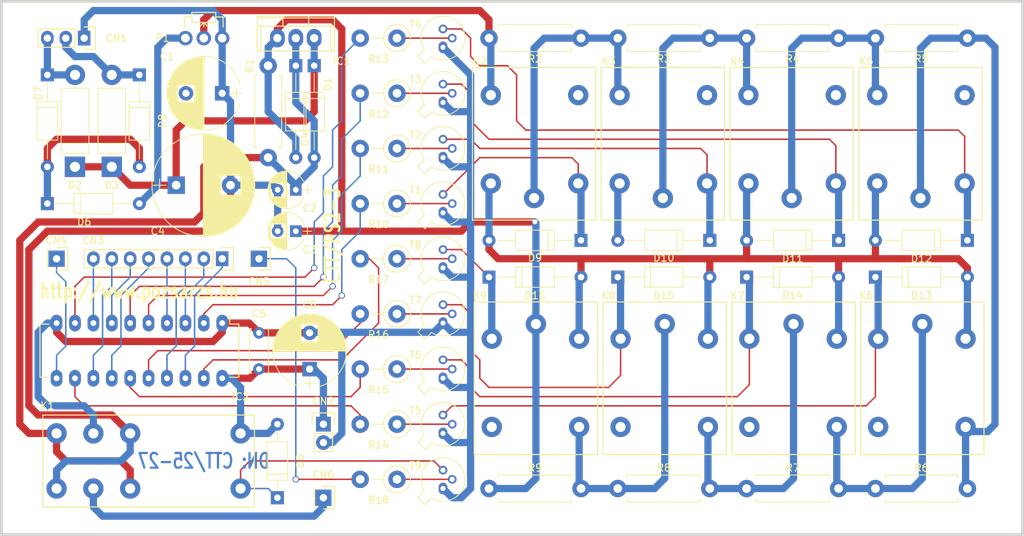
<source format=kicad_pcb>
(kicad_pcb (version 4) (host pcbnew 4.0.5+dfsg1-4+deb9u1)
  (title_block (title "CTT Transistor Tester - CTT/PS3 power supply unit") (date 2022-09-19) (rev 1.0) (company "Pozsar Zsolt") (comment 1 "Draw number: CTT/28, CTT/29-21"))
  (layers (0 Front signal) (31 Back signal) (34 B.Paste user) (35 F.Paste user) (36 B.SilkS user) (37 F.SilkS user) (38 B.Mask user) (39 F.Mask user) (44 Edge.Cuts user))
  (net 0 "")
  (net 1 "Net-(C1-Pad1)")
  (net 2 "Net-(C3-Pad1)")
  (net 3 "Net-(C4-Pad2)")
  (net 4 GND)
  (net 5 "Net-(D6-Pad2)")
  (net 6 "Net-(IC2-Pad2)")
  (net 7 /DO0)
  (net 8 /DO1)
  (net 9 "Net-(IC2-Pad5)")
  (net 10 "Net-(IC2-Pad6)")
  (net 11 /DO2)
  (net 12 /DO3)
  (net 13 "Net-(IC2-Pad9)")
  (net 14 "Net-(IC2-Pad12)")
  (net 15 /DO4)
  (net 16 /DO5)
  (net 17 "Net-(IC2-Pad15)")
  (net 18 "Net-(IC2-Pad16)")
  (net 19 /DO6)
  (net 20 /DO7)
  (net 21 "Net-(IC2-Pad19)")
  (net 22 VCC)
  (net 23 "Net-(C2-Pad1)")
  (net 24 "Net-(K2-Pad3)")
  (net 25 "Net-(K2-Pad5)")
  (net 26 "Net-(K2-Pad4)")
  (net 27 "Net-(K3-Pad3)")
  (net 28 "Net-(K3-Pad5)")
  (net 29 "Net-(K4-Pad3)")
  (net 30 "Net-(K4-Pad5)")
  (net 31 "Net-(R10-Pad1)")
  (net 32 "Net-(R11-Pad1)")
  (net 33 "Net-(R12-Pad1)")
  (net 34 "Net-(R13-Pad1)")
  (net 35 "Net-(R14-Pad1)")
  (net 36 "Net-(R15-Pad1)")
  (net 37 "Net-(R16-Pad1)")
  (net 38 "Net-(R17-Pad1)")
  (net 39 "Net-(R18-Pad1)")
  (net 40 /-NPN/PNP)
  (net 41 "Net-(K5-Pad3)")
  (net 42 "Net-(K5-Pad5)")
  (net 43 "Net-(K6-Pad3)")
  (net 44 "Net-(K6-Pad5)")
  (net 45 "Net-(K7-Pad3)")
  (net 46 "Net-(K7-Pad5)")
  (net 47 "Net-(K8-Pad3)")
  (net 48 "Net-(K8-Pad5)")
  (net 49 "Net-(K9-Pad5)")
  (net 50 /Um3)
  (net 51 "Net-(D5-Pad2)")
  (net 52 "Net-(D9-Pad2)")
  (net 53 "Net-(D10-Pad2)")
  (net 54 "Net-(D11-Pad2)")
  (net 55 "Net-(D12-Pad2)")
  (net 56 "Net-(D13-Pad2)")
  (net 57 "Net-(D14-Pad2)")
  (net 58 "Net-(D15-Pad2)")
  (net 59 "Net-(D16-Pad2)")
  (net 60 "/5V 100mA AC COM")
  (net 61 "/5V 100mA AC")
  (net 62 /-SL6)
  (module Diodes_THT:D_A-405_P12.70mm_Horizontal (layer Front) (at 116.84 69.85 270)
    (fp_text reference D1 (at 2.54 -1.905 270) (layer F.SilkS))
    (fp_text value 1N4002)
    (pad 1 thru_hole rect (at 0 0 270) (size 1.8 1.8) (drill 0.9) (layers *.Cu *.Mask) (net 1 "Net-(C1-Pad1)"))
    (pad 2 thru_hole oval (at 12.7 0 270) (size 1.8 1.8) (drill 0.9) (layers *.Cu *.Mask) (net 23 "Net-(C2-Pad1)"))
  )
  (module Diodes_THT:D_5W_P12.70mm_Horizontal (layer Front) (at 83.82 83.82 90)
    (fp_text reference D2 (at -2.54 0 180) (layer F.SilkS))
    (fp_text value BY399)
    (pad 1 thru_hole rect (at 0 0 90) (size 2.8 2.8) (drill 1.4) (layers *.Cu *.Mask) (net 1 "Net-(C1-Pad1)"))
    (pad 2 thru_hole oval (at 12.7 0 90) (size 2.8 2.8) (drill 1.4) (layers *.Cu *.Mask) (net 61 "/5V 100mA AC"))
  )
  (module Diodes_THT:D_5W_P12.70mm_Horizontal (layer Front) (at 88.9 83.82 90)
    (fp_text reference D3 (at -2.54 0 180) (layer F.SilkS))
    (fp_text value BY399)
    (pad 1 thru_hole rect (at 0 0 90) (size 2.8 2.8) (drill 1.4) (layers *.Cu *.Mask) (net 1 "Net-(C1-Pad1)"))
    (pad 2 thru_hole oval (at 12.7 0 90) (size 2.8 2.8) (drill 1.4) (layers *.Cu *.Mask) (net 61 "/5V 100mA AC"))
  )
  (module Pin_Headers:Pin_Header_Straight_1x01 (layer Front) (at 109.22 96.52 270)
    (fp_text reference CN5 (at 3.175 0 360) (layer F.SilkS))
    (fp_text value Pin_Header_Straight_1x01)
    (pad 1 thru_hole rect (at 0 0 270) (size 2.2352 2.2352) (drill 1.016) (layers *.Cu *.Mask))
  )
  (module Capacitors_THT:CP_Radial_D14.0mm_P7.50mm (layer Front) (at 97.79 86.36)
    (fp_text reference C1 (at -1.27 -17.78) (layer F.SilkS))
    (fp_text value 2200u)
    (pad 1 thru_hole rect (at 0 0) (size 2.4 2.4) (drill 1.2) (layers *.Cu *.Mask) (net 1 "Net-(C1-Pad1)"))
    (pad 2 thru_hole circle (at 7.5 0) (size 2.4 2.4) (drill 1.2) (layers *.Cu *.Mask) (net 60 "/5V 100mA AC COM"))
  )
  (module Capacitors_THT:CP_Radial_D5.0mm_P2.50mm (layer Front) (at 114.3 92.71 180)
    (fp_text reference C3 (at -1.905 -2.54 180) (layer F.SilkS))
    (fp_text value 10u)
    (pad 1 thru_hole rect (at 0 0 180) (size 1.6 1.6) (drill 0.8) (layers *.Cu *.Mask) (net 2 "Net-(C3-Pad1)"))
    (pad 2 thru_hole circle (at 2.5 0 180) (size 1.6 1.6) (drill 0.8) (layers *.Cu *.Mask) (net 60 "/5V 100mA AC COM"))
  )
  (module Capacitors_THT:CP_Radial_D10.0mm_P5.00mm (layer Front) (at 104.14 73.66 180)
    (fp_text reference C4 (at 8.89 -19.05 180) (layer F.SilkS))
    (fp_text value 470u)
    (pad 1 thru_hole rect (at 0 0 180) (size 2 2) (drill 1) (layers *.Cu *.Mask) (net 60 "/5V 100mA AC COM"))
    (pad 2 thru_hole circle (at 5 0 180) (size 2 2) (drill 1) (layers *.Cu *.Mask) (net 3 "Net-(C4-Pad2)"))
  )
  (module Capacitors_THT:CP_Radial_D10.0mm_P5.00mm (layer Front) (at 116.205 111.76 90)
    (fp_text reference C5 (at 7.62 -6.985 180) (layer F.SilkS))
    (fp_text value 100u)
    (pad 1 thru_hole rect (at 0 0 90) (size 2 2) (drill 1) (layers *.Cu *.Mask) (net 22 VCC))
    (pad 2 thru_hole circle (at 5 0 90) (size 2 2) (drill 1) (layers *.Cu *.Mask) (net 4 GND))
  )
  (module Capacitors_THT:C_Disc_D6.0mm_W2.5mm_P5.00mm (layer Front) (at 109.22 111.76 90)
    (fp_text reference C6 (at 8.89 6.985 180) (layer F.SilkS))
    (fp_text value 100n)
    (pad 1 thru_hole circle (at 0 0 90) (size 1.6 1.6) (drill 0.8) (layers *.Cu *.Mask) (net 22 VCC))
    (pad 2 thru_hole circle (at 5 0 90) (size 1.6 1.6) (drill 0.8) (layers *.Cu *.Mask) (net 4 GND))
  )
  (module Diodes_THT:D_A-405_P12.70mm_Horizontal (layer Front) (at 114.3 69.85 270)
    (fp_text reference D4 (at 10.16 -1.27 270) (layer F.SilkS))
    (fp_text value 1N4002)
    (pad 1 thru_hole rect (at 0 0 270) (size 1.8 1.8) (drill 0.9) (layers *.Cu *.Mask) (net 23 "Net-(C2-Pad1)"))
    (pad 2 thru_hole oval (at 12.7 0 270) (size 1.8 1.8) (drill 0.9) (layers *.Cu *.Mask) (net 2 "Net-(C3-Pad1)"))
  )
  (module Diodes_THT:D_A-405_P12.70mm_Horizontal (layer Front) (at 80.01 88.9)
    (fp_text reference D6 (at 5.08 2.54) (layer F.SilkS))
    (fp_text value ZPD27)
    (pad 1 thru_hole rect (at 0 0) (size 1.8 1.8) (drill 0.9) (layers *.Cu *.Mask) (net 3 "Net-(C4-Pad2)"))
    (pad 2 thru_hole oval (at 12.7 0) (size 1.8 1.8) (drill 0.9) (layers *.Cu *.Mask) (net 5 "Net-(D6-Pad2)"))
  )
  (module Power_Integrations:TO-220 (layer Front) (at 114.3 66.04)
    (fp_text reference IC1 (at 6.35 3.175) (layer F.SilkS))
    (fp_text value LM317L)
    (pad 2 thru_hole oval (at 0 0) (size 2.032 2.54) (drill 1.143) (layers *.Cu *.Mask) (net 23 "Net-(C2-Pad1)"))
    (pad 3 thru_hole oval (at 2.54 0) (size 2.032 2.54) (drill 1.143) (layers *.Cu *.Mask) (net 1 "Net-(C1-Pad1)"))
    (pad 1 thru_hole oval (at -2.54 0) (size 2.032 2.54) (drill 1.143) (layers *.Cu *.Mask) (net 2 "Net-(C3-Pad1)"))
  )
  (module Housings_DIP:DIP-20_W7.62mm_LongPads (layer Front) (at 104.14 105.41 270)
    (fp_text reference IC2 (at 10.16 -2.54 360) (layer F.SilkS))
    (fp_text value 74LS374)
    (pad 1 thru_hole oval (at 0 0 270) (size 2.3 1.6) (drill 0.8) (layers *.Cu *.Mask) (net 4 GND))
    (pad 2 thru_hole oval (at 0 2.54 270) (size 2.3 1.6) (drill 0.8) (layers *.Cu *.Mask) (net 6 "Net-(IC2-Pad2)"))
    (pad 3 thru_hole oval (at 0 5.08 270) (size 2.3 1.6) (drill 0.8) (layers *.Cu *.Mask) (net 7 /DO0))
    (pad 4 thru_hole oval (at 0 7.62 270) (size 2.3 1.6) (drill 0.8) (layers *.Cu *.Mask) (net 8 /DO1))
    (pad 5 thru_hole oval (at 0 10.16 270) (size 2.3 1.6) (drill 0.8) (layers *.Cu *.Mask) (net 9 "Net-(IC2-Pad5)"))
    (pad 6 thru_hole oval (at 0 12.7 270) (size 2.3 1.6) (drill 0.8) (layers *.Cu *.Mask) (net 10 "Net-(IC2-Pad6)"))
    (pad 7 thru_hole oval (at 0 15.24 270) (size 2.3 1.6) (drill 0.8) (layers *.Cu *.Mask) (net 11 /DO2))
    (pad 8 thru_hole oval (at 0 17.78 270) (size 2.3 1.6) (drill 0.8) (layers *.Cu *.Mask) (net 12 /DO3))
    (pad 9 thru_hole oval (at 0 20.32 270) (size 2.3 1.6) (drill 0.8) (layers *.Cu *.Mask) (net 13 "Net-(IC2-Pad9)"))
    (pad 10 thru_hole oval (at 0 22.86 270) (size 2.3 1.6) (drill 0.8) (layers *.Cu *.Mask) (net 4 GND))
    (pad 11 thru_hole oval (at 7.62 22.86 270) (size 2.3 1.6) (drill 0.8) (layers *.Cu *.Mask) (net 62 /-SL6))
    (pad 12 thru_hole oval (at 7.62 20.32 270) (size 2.3 1.6) (drill 0.8) (layers *.Cu *.Mask) (net 14 "Net-(IC2-Pad12)"))
    (pad 13 thru_hole oval (at 7.62 17.78 270) (size 2.3 1.6) (drill 0.8) (layers *.Cu *.Mask) (net 15 /DO4))
    (pad 14 thru_hole oval (at 7.62 15.24 270) (size 2.3 1.6) (drill 0.8) (layers *.Cu *.Mask) (net 16 /DO5))
    (pad 15 thru_hole oval (at 7.62 12.7 270) (size 2.3 1.6) (drill 0.8) (layers *.Cu *.Mask) (net 17 "Net-(IC2-Pad15)"))
    (pad 16 thru_hole oval (at 7.62 10.16 270) (size 2.3 1.6) (drill 0.8) (layers *.Cu *.Mask) (net 18 "Net-(IC2-Pad16)"))
    (pad 17 thru_hole oval (at 7.62 7.62 270) (size 2.3 1.6) (drill 0.8) (layers *.Cu *.Mask) (net 19 /DO6))
    (pad 18 thru_hole oval (at 7.62 5.08 270) (size 2.3 1.6) (drill 0.8) (layers *.Cu *.Mask) (net 20 /DO7))
    (pad 19 thru_hole oval (at 7.62 2.54 270) (size 2.3 1.6) (drill 0.8) (layers *.Cu *.Mask) (net 21 "Net-(IC2-Pad19)"))
    (pad 20 thru_hole oval (at 7.62 0 270) (size 2.3 1.6) (drill 0.8) (layers *.Cu *.Mask) (net 22 VCC))
  )
  (module Potentiometers:Potentiometer_WirePads_Small (layer Front) (at 99.06 66.04 90)
    (fp_text reference P1 (at 0 -3.175 180) (layer F.SilkS))
    (fp_text value 390)
    (pad 2 thru_hole circle (at 0 2.54 90) (size 1.99898 1.99898) (drill 1.19888) (layers *.Cu *.Mask) (net 26 "Net-(K2-Pad4)"))
    (pad 3 thru_hole circle (at 0 5.08 90) (size 1.99898 1.99898) (drill 1.19888) (layers *.Cu *.Mask) (net 5 "Net-(D6-Pad2)"))
    (pad 1 thru_hole circle (at 0 0 90) (size 1.99898 1.99898) (drill 1.19888) (layers *.Cu *.Mask) (net 60 "/5V 100mA AC COM"))
  )
  (module Capacitors_THT:CP_Radial_D5.0mm_P2.50mm (layer Front) (at 114.3 86.995 180)
    (fp_text reference C2 (at -1.905 -2.54 180) (layer F.SilkS))
    (fp_text value 10u)
    (pad 1 thru_hole rect (at 0 0 180) (size 1.6 1.6) (drill 0.8) (layers *.Cu *.Mask) (net 23 "Net-(C2-Pad1)"))
    (pad 2 thru_hole circle (at 2.5 0 180) (size 1.6 1.6) (drill 0.8) (layers *.Cu *.Mask) (net 60 "/5V 100mA AC COM"))
  )
  (module Diodes_THT:D_A-405_P12.70mm_Horizontal (layer Front) (at 153.67 93.98 180)
    (fp_text reference D9 (at 6.35 -2.41 180) (layer F.SilkS))
    (fp_text value 1N4001)
    (pad 1 thru_hole rect (at 0 0 180) (size 1.8 1.8) (drill 0.9) (layers *.Cu *.Mask) (net 22 VCC))
    (pad 2 thru_hole oval (at 12.7 0 180) (size 1.8 1.8) (drill 0.9) (layers *.Cu *.Mask) (net 52 "Net-(D9-Pad2)"))
  )
  (module Diodes_THT:D_A-405_P12.70mm_Horizontal (layer Front) (at 171.45 93.98 180)
    (fp_text reference D10 (at 6.35 -2.41 180) (layer F.SilkS))
    (fp_text value 1N4001)
    (pad 1 thru_hole rect (at 0 0 180) (size 1.8 1.8) (drill 0.9) (layers *.Cu *.Mask) (net 22 VCC))
    (pad 2 thru_hole oval (at 12.7 0 180) (size 1.8 1.8) (drill 0.9) (layers *.Cu *.Mask) (net 53 "Net-(D10-Pad2)"))
  )
  (module Diodes_THT:D_A-405_P12.70mm_Horizontal (layer Front) (at 189.23 93.98 180)
    (fp_text reference D11 (at 6.35 -2.54 180) (layer F.SilkS))
    (fp_text value 1N4001)
    (pad 1 thru_hole rect (at 0 0 180) (size 1.8 1.8) (drill 0.9) (layers *.Cu *.Mask) (net 22 VCC))
    (pad 2 thru_hole oval (at 12.7 0 180) (size 1.8 1.8) (drill 0.9) (layers *.Cu *.Mask) (net 54 "Net-(D11-Pad2)"))
  )
  (module relay_leg:relay_leg (layer Front) (at 147.32 80.01 90)
    (fp_text reference K2 (at 10.795 -7.62 180) (layer F.SilkS))
    (fp_text value LEG-5)
    (pad 3 thru_hole circle (at -8.128 -0.127 90) (size 2.8 2.8) (drill 1.4) (layers *.Cu *.Mask) (net 24 "Net-(K2-Pad3)"))
    (pad 5 thru_hole circle (at 6.096 5.969 90) (size 2.8 2.8) (drill 1.4) (layers *.Cu *.Mask) (net 25 "Net-(K2-Pad5)"))
    (pad 2 thru_hole circle (at -6.096 5.969 90) (size 2.8 2.8) (drill 1.4) (layers *.Cu *.Mask) (net 52 "Net-(D9-Pad2)"))
    (pad 4 thru_hole circle (at 6.096 -6.096 90) (size 2.8 2.8) (drill 1.4) (layers *.Cu *.Mask) (net 26 "Net-(K2-Pad4)"))
    (pad 1 thru_hole circle (at -6.096 -6.096 90) (size 2.8 2.8) (drill 1.4) (layers *.Cu *.Mask) (net 22 VCC))
  )
  (module relay_leg:relay_leg (layer Front) (at 165.1 80.01 90)
    (fp_text reference K3 (at 10.795 -7.62 180) (layer F.SilkS))
    (fp_text value LEG-5)
    (pad 3 thru_hole circle (at -8.128 -0.127 90) (size 2.8 2.8) (drill 1.4) (layers *.Cu *.Mask) (net 27 "Net-(K3-Pad3)"))
    (pad 5 thru_hole circle (at 6.096 5.969 90) (size 2.8 2.8) (drill 1.4) (layers *.Cu *.Mask) (net 28 "Net-(K3-Pad5)"))
    (pad 2 thru_hole circle (at -6.096 5.969 90) (size 2.8 2.8) (drill 1.4) (layers *.Cu *.Mask) (net 53 "Net-(D10-Pad2)"))
    (pad 4 thru_hole circle (at 6.096 -6.096 90) (size 2.8 2.8) (drill 1.4) (layers *.Cu *.Mask) (net 24 "Net-(K2-Pad3)"))
    (pad 1 thru_hole circle (at -6.096 -6.096 90) (size 2.8 2.8) (drill 1.4) (layers *.Cu *.Mask) (net 22 VCC))
  )
  (module relay_leg:relay_leg (layer Front) (at 182.88 80.01 90)
    (fp_text reference K4 (at 10.795 -7.62 180) (layer F.SilkS))
    (fp_text value LEG-5)
    (pad 3 thru_hole circle (at -8.128 -0.127 90) (size 2.8 2.8) (drill 1.4) (layers *.Cu *.Mask) (net 29 "Net-(K4-Pad3)"))
    (pad 5 thru_hole circle (at 6.096 5.969 90) (size 2.8 2.8) (drill 1.4) (layers *.Cu *.Mask) (net 30 "Net-(K4-Pad5)"))
    (pad 2 thru_hole circle (at -6.096 5.969 90) (size 2.8 2.8) (drill 1.4) (layers *.Cu *.Mask) (net 54 "Net-(D11-Pad2)"))
    (pad 4 thru_hole circle (at 6.096 -6.096 90) (size 2.8 2.8) (drill 1.4) (layers *.Cu *.Mask) (net 27 "Net-(K3-Pad3)"))
    (pad 1 thru_hole circle (at -6.096 -6.096 90) (size 2.8 2.8) (drill 1.4) (layers *.Cu *.Mask) (net 22 VCC))
  )
  (module TO_SOT_Packages_THT:TO-18-3 (layer Front) (at 134.62 90.17 90)
    (fp_text reference T1 (at 3.175 -3.81 180) (layer F.SilkS))
    (fp_text value BC109)
    (pad 1 thru_hole oval (at 0 0 90) (size 1.6 1.2) (drill 0.7) (layers *.Cu *.Mask) (net 4 GND))
    (pad 2 thru_hole oval (at 1.27 1.27 90) (size 1.2 1.2) (drill 0.7) (layers *.Cu *.Mask) (net 31 "Net-(R10-Pad1)"))
    (pad 3 thru_hole oval (at 2.54 0 90) (size 1.2 1.2) (drill 0.7) (layers *.Cu *.Mask) (net 52 "Net-(D9-Pad2)"))
  )
  (module TO_SOT_Packages_THT:TO-18-3 (layer Front) (at 134.62 82.55 90)
    (fp_text reference T2 (at 3.175 -3.81 180) (layer F.SilkS))
    (fp_text value BC109)
    (pad 1 thru_hole oval (at 0 0 90) (size 1.6 1.2) (drill 0.7) (layers *.Cu *.Mask) (net 4 GND))
    (pad 2 thru_hole oval (at 1.27 1.27 90) (size 1.2 1.2) (drill 0.7) (layers *.Cu *.Mask) (net 32 "Net-(R11-Pad1)"))
    (pad 3 thru_hole oval (at 2.54 0 90) (size 1.2 1.2) (drill 0.7) (layers *.Cu *.Mask) (net 53 "Net-(D10-Pad2)"))
  )
  (module TO_SOT_Packages_THT:TO-18-3 (layer Front) (at 134.62 74.93 90)
    (fp_text reference T3 (at 3.175 -3.81 180) (layer F.SilkS))
    (fp_text value BC109)
    (pad 1 thru_hole oval (at 0 0 90) (size 1.6 1.2) (drill 0.7) (layers *.Cu *.Mask) (net 4 GND))
    (pad 2 thru_hole oval (at 1.27 1.27 90) (size 1.2 1.2) (drill 0.7) (layers *.Cu *.Mask) (net 33 "Net-(R12-Pad1)"))
    (pad 3 thru_hole oval (at 2.54 0 90) (size 1.2 1.2) (drill 0.7) (layers *.Cu *.Mask) (net 54 "Net-(D11-Pad2)"))
  )
  (module Diodes_THT:D_A-405_P12.70mm_Horizontal (layer Front) (at 207.01 93.98 180)
    (fp_text reference D12 (at 6.35 -2.54 180) (layer F.SilkS))
    (fp_text value 1N4001)
    (pad 1 thru_hole rect (at 0 0 180) (size 1.8 1.8) (drill 0.9) (layers *.Cu *.Mask) (net 22 VCC))
    (pad 2 thru_hole oval (at 12.7 0 180) (size 1.8 1.8) (drill 0.9) (layers *.Cu *.Mask) (net 55 "Net-(D12-Pad2)"))
  )
  (module Diodes_THT:D_A-405_P12.70mm_Horizontal (layer Front) (at 194.31 99.06)
    (fp_text reference D13 (at 6.35 2.54) (layer F.SilkS))
    (fp_text value 1N4001)
    (pad 1 thru_hole rect (at 0 0) (size 1.8 1.8) (drill 0.9) (layers *.Cu *.Mask) (net 22 VCC))
    (pad 2 thru_hole oval (at 12.7 0) (size 1.8 1.8) (drill 0.9) (layers *.Cu *.Mask) (net 56 "Net-(D13-Pad2)"))
  )
  (module Diodes_THT:D_A-405_P12.70mm_Horizontal (layer Front) (at 176.53 99.06)
    (fp_text reference D14 (at 6.35 2.54) (layer F.SilkS))
    (fp_text value 1N4001)
    (pad 1 thru_hole rect (at 0 0) (size 1.8 1.8) (drill 0.9) (layers *.Cu *.Mask) (net 22 VCC))
    (pad 2 thru_hole oval (at 12.7 0) (size 1.8 1.8) (drill 0.9) (layers *.Cu *.Mask) (net 57 "Net-(D14-Pad2)"))
  )
  (module relay_leg:relay_leg (layer Front) (at 200.66 80.01 90)
    (fp_text reference K5 (at 10.795 -7.62 180) (layer F.SilkS))
    (fp_text value LEG-5)
    (pad 3 thru_hole circle (at -8.128 -0.127 90) (size 2.8 2.8) (drill 1.4) (layers *.Cu *.Mask) (net 41 "Net-(K5-Pad3)"))
    (pad 5 thru_hole circle (at 6.096 5.969 90) (size 2.8 2.8) (drill 1.4) (layers *.Cu *.Mask) (net 42 "Net-(K5-Pad5)"))
    (pad 2 thru_hole circle (at -6.096 5.969 90) (size 2.8 2.8) (drill 1.4) (layers *.Cu *.Mask) (net 55 "Net-(D12-Pad2)"))
    (pad 4 thru_hole circle (at 6.096 -6.096 90) (size 2.8 2.8) (drill 1.4) (layers *.Cu *.Mask) (net 29 "Net-(K4-Pad3)"))
    (pad 1 thru_hole circle (at -6.096 -6.096 90) (size 2.8 2.8) (drill 1.4) (layers *.Cu *.Mask) (net 22 VCC))
  )
  (module relay_leg:relay_leg (layer Front) (at 200.66 113.665 270)
    (fp_text reference K6 (at -12.065 7.62 360) (layer F.SilkS))
    (fp_text value LEG-5)
    (pad 3 thru_hole circle (at -8.128 -0.127 270) (size 2.8 2.8) (drill 1.4) (layers *.Cu *.Mask) (net 43 "Net-(K6-Pad3)"))
    (pad 5 thru_hole circle (at 6.096 5.969 270) (size 2.8 2.8) (drill 1.4) (layers *.Cu *.Mask) (net 44 "Net-(K6-Pad5)"))
    (pad 2 thru_hole circle (at -6.096 5.969 270) (size 2.8 2.8) (drill 1.4) (layers *.Cu *.Mask) (net 56 "Net-(D13-Pad2)"))
    (pad 4 thru_hole circle (at 6.096 -6.096 270) (size 2.8 2.8) (drill 1.4) (layers *.Cu *.Mask) (net 41 "Net-(K5-Pad3)"))
    (pad 1 thru_hole circle (at -6.096 -6.096 270) (size 2.8 2.8) (drill 1.4) (layers *.Cu *.Mask) (net 22 VCC))
  )
  (module relay_leg:relay_leg (layer Front) (at 182.88 113.665 270)
    (fp_text reference K7 (at -12.065 7.62 360) (layer F.SilkS))
    (fp_text value LEG-5)
    (pad 3 thru_hole circle (at -8.128 -0.127 270) (size 2.8 2.8) (drill 1.4) (layers *.Cu *.Mask) (net 45 "Net-(K7-Pad3)"))
    (pad 5 thru_hole circle (at 6.096 5.969 270) (size 2.8 2.8) (drill 1.4) (layers *.Cu *.Mask) (net 46 "Net-(K7-Pad5)"))
    (pad 2 thru_hole circle (at -6.096 5.969 270) (size 2.8 2.8) (drill 1.4) (layers *.Cu *.Mask) (net 57 "Net-(D14-Pad2)"))
    (pad 4 thru_hole circle (at 6.096 -6.096 270) (size 2.8 2.8) (drill 1.4) (layers *.Cu *.Mask) (net 43 "Net-(K6-Pad3)"))
    (pad 1 thru_hole circle (at -6.096 -6.096 270) (size 2.8 2.8) (drill 1.4) (layers *.Cu *.Mask) (net 22 VCC))
  )
  (module TO_SOT_Packages_THT:TO-18-3 (layer Front) (at 134.62 67.31 90)
    (fp_text reference T4 (at 3.175 -3.81 180) (layer F.SilkS))
    (fp_text value BC109)
    (pad 1 thru_hole oval (at 0 0 90) (size 1.6 1.2) (drill 0.7) (layers *.Cu *.Mask) (net 4 GND))
    (pad 2 thru_hole oval (at 1.27 1.27 90) (size 1.2 1.2) (drill 0.7) (layers *.Cu *.Mask) (net 34 "Net-(R13-Pad1)"))
    (pad 3 thru_hole oval (at 2.54 0 90) (size 1.2 1.2) (drill 0.7) (layers *.Cu *.Mask) (net 55 "Net-(D12-Pad2)"))
  )
  (module TO_SOT_Packages_THT:TO-18-3 (layer Front) (at 134.62 120.65 90)
    (fp_text reference T5 (at 3.175 -3.81 180) (layer F.SilkS))
    (fp_text value BC109)
    (pad 1 thru_hole oval (at 0 0 90) (size 1.6 1.2) (drill 0.7) (layers *.Cu *.Mask) (net 4 GND))
    (pad 2 thru_hole oval (at 1.27 1.27 90) (size 1.2 1.2) (drill 0.7) (layers *.Cu *.Mask) (net 35 "Net-(R14-Pad1)"))
    (pad 3 thru_hole oval (at 2.54 0 90) (size 1.2 1.2) (drill 0.7) (layers *.Cu *.Mask) (net 56 "Net-(D13-Pad2)"))
  )
  (module TO_SOT_Packages_THT:TO-18-3 (layer Front) (at 134.62 113.03 90)
    (fp_text reference T6 (at 3.175 -3.81 180) (layer F.SilkS))
    (fp_text value BC109)
    (pad 1 thru_hole oval (at 0 0 90) (size 1.6 1.2) (drill 0.7) (layers *.Cu *.Mask) (net 4 GND))
    (pad 2 thru_hole oval (at 1.27 1.27 90) (size 1.2 1.2) (drill 0.7) (layers *.Cu *.Mask) (net 36 "Net-(R15-Pad1)"))
    (pad 3 thru_hole oval (at 2.54 0 90) (size 1.2 1.2) (drill 0.7) (layers *.Cu *.Mask) (net 57 "Net-(D14-Pad2)"))
  )
  (module Diodes_THT:D_A-405_P12.70mm_Horizontal (layer Front) (at 158.75 99.06)
    (fp_text reference D15 (at 6.35 2.54) (layer F.SilkS))
    (fp_text value 1N4001)
    (pad 1 thru_hole rect (at 0 0) (size 1.8 1.8) (drill 0.9) (layers *.Cu *.Mask) (net 22 VCC))
    (pad 2 thru_hole oval (at 12.7 0) (size 1.8 1.8) (drill 0.9) (layers *.Cu *.Mask) (net 58 "Net-(D15-Pad2)"))
  )
  (module Diodes_THT:D_A-405_P12.70mm_Horizontal (layer Front) (at 140.97 99.06)
    (fp_text reference D16 (at 6.35 2.54) (layer F.SilkS))
    (fp_text value 1N4001)
    (pad 1 thru_hole rect (at 0 0) (size 1.8 1.8) (drill 0.9) (layers *.Cu *.Mask) (net 22 VCC))
    (pad 2 thru_hole oval (at 12.7 0) (size 1.8 1.8) (drill 0.9) (layers *.Cu *.Mask) (net 59 "Net-(D16-Pad2)"))
  )
  (module relay_leg:relay_leg (layer Front) (at 165.1 113.665 270)
    (fp_text reference K8 (at -12.065 7.62 360) (layer F.SilkS))
    (fp_text value LEG-5)
    (pad 3 thru_hole circle (at -8.128 -0.127 270) (size 2.8 2.8) (drill 1.4) (layers *.Cu *.Mask) (net 47 "Net-(K8-Pad3)"))
    (pad 5 thru_hole circle (at 6.096 5.969 270) (size 2.8 2.8) (drill 1.4) (layers *.Cu *.Mask) (net 48 "Net-(K8-Pad5)"))
    (pad 2 thru_hole circle (at -6.096 5.969 270) (size 2.8 2.8) (drill 1.4) (layers *.Cu *.Mask) (net 58 "Net-(D15-Pad2)"))
    (pad 4 thru_hole circle (at 6.096 -6.096 270) (size 2.8 2.8) (drill 1.4) (layers *.Cu *.Mask) (net 45 "Net-(K7-Pad3)"))
    (pad 1 thru_hole circle (at -6.096 -6.096 270) (size 2.8 2.8) (drill 1.4) (layers *.Cu *.Mask) (net 22 VCC))
  )
  (module relay_leg:relay_leg (layer Front) (at 147.32 113.665 270)
    (fp_text reference K9 (at -12.065 7.62 360) (layer F.SilkS))
    (fp_text value LEG-5)
    (pad 3 thru_hole circle (at -8.128 -0.127 270) (size 2.8 2.8) (drill 1.4) (layers *.Cu *.Mask) (net 2 "Net-(C3-Pad1)"))
    (pad 5 thru_hole circle (at 6.096 5.969 270) (size 2.8 2.8) (drill 1.4) (layers *.Cu *.Mask) (net 49 "Net-(K9-Pad5)"))
    (pad 2 thru_hole circle (at -6.096 5.969 270) (size 2.8 2.8) (drill 1.4) (layers *.Cu *.Mask) (net 59 "Net-(D16-Pad2)"))
    (pad 4 thru_hole circle (at 6.096 -6.096 270) (size 2.8 2.8) (drill 1.4) (layers *.Cu *.Mask) (net 47 "Net-(K8-Pad3)"))
    (pad 1 thru_hole circle (at -6.096 -6.096 270) (size 2.8 2.8) (drill 1.4) (layers *.Cu *.Mask) (net 22 VCC))
  )
  (module TO_SOT_Packages_THT:TO-18-3 (layer Front) (at 134.62 105.41 90)
    (fp_text reference T7 (at 3.175 -3.81 180) (layer F.SilkS))
    (fp_text value BC109)
    (pad 1 thru_hole oval (at 0 0 90) (size 1.6 1.2) (drill 0.7) (layers *.Cu *.Mask) (net 4 GND))
    (pad 2 thru_hole oval (at 1.27 1.27 90) (size 1.2 1.2) (drill 0.7) (layers *.Cu *.Mask) (net 37 "Net-(R16-Pad1)"))
    (pad 3 thru_hole oval (at 2.54 0 90) (size 1.2 1.2) (drill 0.7) (layers *.Cu *.Mask) (net 58 "Net-(D15-Pad2)"))
  )
  (module TO_SOT_Packages_THT:TO-18-3 (layer Front) (at 134.62 97.79 90)
    (fp_text reference T8 (at 3.175 -3.81 180) (layer F.SilkS))
    (fp_text value BC109)
    (pad 1 thru_hole oval (at 0 0 90) (size 1.6 1.2) (drill 0.7) (layers *.Cu *.Mask) (net 4 GND))
    (pad 2 thru_hole oval (at 1.27 1.27 90) (size 1.2 1.2) (drill 0.7) (layers *.Cu *.Mask) (net 38 "Net-(R17-Pad1)"))
    (pad 3 thru_hole oval (at 2.54 0 90) (size 1.2 1.2) (drill 0.7) (layers *.Cu *.Mask) (net 59 "Net-(D16-Pad2)"))
  )
  (module TO_SOT_Packages_THT:TO-18-3 (layer Front) (at 134.62 128.27 90)
    (fp_text reference T9 (at 3.175 -3.81 180) (layer F.SilkS))
    (fp_text value BC109)
    (pad 1 thru_hole oval (at 0 0 90) (size 1.6 1.2) (drill 0.7) (layers *.Cu *.Mask) (net 4 GND))
    (pad 2 thru_hole oval (at 1.27 1.27 90) (size 1.2 1.2) (drill 0.7) (layers *.Cu *.Mask) (net 39 "Net-(R18-Pad1)"))
    (pad 3 thru_hole oval (at 2.54 0 90) (size 1.2 1.2) (drill 0.7) (layers *.Cu *.Mask) (net 51 "Net-(D5-Pad2)"))
  )
  (module relay_lmr2:relay_lmr2 (layer Front) (at 93.98 124.46)
    (fp_text reference K1 (at -13.97 -7.62) (layer F.SilkS))
    (fp_text value LMR2-5D)
    (pad 8 thru_hole circle (at -2.54 3.81) (size 2.8 2.8) (drill 1.4) (layers *.Cu *.Mask) (net 23 "Net-(C2-Pad1)"))
    (pad 6 thru_hole circle (at -12.7 3.81) (size 2.8 2.8) (drill 1.4) (layers *.Cu *.Mask) (net 60 "/5V 100mA AC COM"))
    (pad 7 thru_hole circle (at -7.62 3.81) (size 2.8 2.8) (drill 1.4) (layers *.Cu *.Mask) (net 50 /Um3))
    (pad 4 thru_hole circle (at -7.62 -3.81) (size 2.8 2.8) (drill 1.4) (layers *.Cu *.Mask) (net 4 GND))
    (pad 2 thru_hole circle (at 12.7 3.81) (size 2.8 2.8) (drill 1.4) (layers *.Cu *.Mask) (net 51 "Net-(D5-Pad2)"))
    (pad 5 thru_hole circle (at -12.7 -3.81) (size 2.8 2.8) (drill 1.4) (layers *.Cu *.Mask) (net 23 "Net-(C2-Pad1)"))
    (pad 1 thru_hole circle (at 12.7 -3.81) (size 2.8 2.8) (drill 1.4) (layers *.Cu *.Mask) (net 22 VCC))
    (pad 3 thru_hole circle (at -2.54 -3.81) (size 2.8 2.8) (drill 1.4) (layers *.Cu *.Mask) (net 60 "/5V 100mA AC COM"))
  )
  (module Resistors_THT:R_Axial_DIN0411_L9.9mm_D3.6mm_P12.70mm_Horizontal (layer Front) (at 110.49 82.55 90)
    (fp_text reference R1 (at 12.7 -2.54 90) (layer F.SilkS))
    (fp_text value 640)
    (pad 1 thru_hole circle (at 0 0 90) (size 2.4 2.4) (drill 1.2) (layers *.Cu *.Mask) (net 23 "Net-(C2-Pad1)"))
    (pad 2 thru_hole oval (at 12.7 0 90) (size 2.4 2.4) (drill 1.2) (layers *.Cu *.Mask) (net 2 "Net-(C3-Pad1)"))
  )
  (module Resistors_THT:R_Axial_DIN0411_L9.9mm_D3.6mm_P12.70mm_Horizontal (layer Front) (at 153.67 66.04 180)
    (fp_text reference R2 (at 6.35 -2.86 180) (layer F.SilkS))
    (fp_text value 2)
    (pad 1 thru_hole circle (at 0 0 180) (size 2.4 2.4) (drill 1.2) (layers *.Cu *.Mask) (net 24 "Net-(K2-Pad3)"))
    (pad 2 thru_hole oval (at 12.7 0 180) (size 2.4 2.4) (drill 1.2) (layers *.Cu *.Mask) (net 26 "Net-(K2-Pad4)"))
  )
  (module Resistors_THT:R_Axial_DIN0411_L9.9mm_D3.6mm_P12.70mm_Horizontal (layer Front) (at 171.45 66.04 180)
    (fp_text reference R3 (at 6.35 -2.86 180) (layer F.SilkS))
    (fp_text value 4)
    (pad 1 thru_hole circle (at 0 0 180) (size 2.4 2.4) (drill 1.2) (layers *.Cu *.Mask) (net 27 "Net-(K3-Pad3)"))
    (pad 2 thru_hole oval (at 12.7 0 180) (size 2.4 2.4) (drill 1.2) (layers *.Cu *.Mask) (net 24 "Net-(K2-Pad3)"))
  )
  (module Resistors_THT:R_Axial_DIN0411_L9.9mm_D3.6mm_P12.70mm_Horizontal (layer Front) (at 189.23 66.04 180)
    (fp_text reference R4 (at 6.35 -2.86 180) (layer F.SilkS))
    (fp_text value 8)
    (pad 1 thru_hole circle (at 0 0 180) (size 2.4 2.4) (drill 1.2) (layers *.Cu *.Mask) (net 29 "Net-(K4-Pad3)"))
    (pad 2 thru_hole oval (at 12.7 0 180) (size 2.4 2.4) (drill 1.2) (layers *.Cu *.Mask) (net 27 "Net-(K3-Pad3)"))
  )
  (module Resistors_THT:R_Axial_DIN0411_L9.9mm_D3.6mm_P12.70mm_Horizontal (layer Front) (at 207.01 66.04 180)
    (fp_text reference R5 (at 6.35 -2.86 180) (layer F.SilkS))
    (fp_text value 16)
    (pad 1 thru_hole circle (at 0 0 180) (size 2.4 2.4) (drill 1.2) (layers *.Cu *.Mask) (net 41 "Net-(K5-Pad3)"))
    (pad 2 thru_hole oval (at 12.7 0 180) (size 2.4 2.4) (drill 1.2) (layers *.Cu *.Mask) (net 29 "Net-(K4-Pad3)"))
  )
  (module Resistors_THT:R_Axial_DIN0411_L9.9mm_D3.6mm_P12.70mm_Horizontal (layer Front) (at 194.31 128.27)
    (fp_text reference R6 (at 6.35 -2.86) (layer F.SilkS))
    (fp_text value 32)
    (pad 1 thru_hole circle (at 0 0) (size 2.4 2.4) (drill 1.2) (layers *.Cu *.Mask) (net 43 "Net-(K6-Pad3)"))
    (pad 2 thru_hole oval (at 12.7 0) (size 2.4 2.4) (drill 1.2) (layers *.Cu *.Mask) (net 41 "Net-(K5-Pad3)"))
  )
  (module Resistors_THT:R_Axial_DIN0411_L9.9mm_D3.6mm_P12.70mm_Horizontal (layer Front) (at 176.53 128.27)
    (fp_text reference R7 (at 6.35 -2.86) (layer F.SilkS))
    (fp_text value 64)
    (pad 1 thru_hole circle (at 0 0) (size 2.4 2.4) (drill 1.2) (layers *.Cu *.Mask) (net 45 "Net-(K7-Pad3)"))
    (pad 2 thru_hole oval (at 12.7 0) (size 2.4 2.4) (drill 1.2) (layers *.Cu *.Mask) (net 43 "Net-(K6-Pad3)"))
  )
  (module Resistors_THT:R_Axial_DIN0411_L9.9mm_D3.6mm_P12.70mm_Horizontal (layer Front) (at 158.75 128.27)
    (fp_text reference R8 (at 6.35 -2.86) (layer F.SilkS))
    (fp_text value 128)
    (pad 1 thru_hole circle (at 0 0) (size 2.4 2.4) (drill 1.2) (layers *.Cu *.Mask) (net 47 "Net-(K8-Pad3)"))
    (pad 2 thru_hole oval (at 12.7 0) (size 2.4 2.4) (drill 1.2) (layers *.Cu *.Mask) (net 45 "Net-(K7-Pad3)"))
  )
  (module Resistors_THT:R_Axial_DIN0411_L9.9mm_D3.6mm_P12.70mm_Horizontal (layer Front) (at 140.97 128.27)
    (fp_text reference R9 (at 6.35 -2.86) (layer F.SilkS))
    (fp_text value 256)
    (pad 1 thru_hole circle (at 0 0) (size 2.4 2.4) (drill 1.2) (layers *.Cu *.Mask) (net 2 "Net-(C3-Pad1)"))
    (pad 2 thru_hole oval (at 12.7 0) (size 2.4 2.4) (drill 1.2) (layers *.Cu *.Mask) (net 47 "Net-(K8-Pad3)"))
  )
  (module Resistors_THT:R_Axial_DIN0411_L9.9mm_D3.6mm_P5.08mm_Vertical (layer Front) (at 128.27 88.9 180)
    (fp_text reference R10 (at 2.54 -2.86 180) (layer F.SilkS))
    (fp_text value 1k)
    (pad 1 thru_hole circle (at 0 0 180) (size 2.4 2.4) (drill 1.2) (layers *.Cu *.Mask) (net 31 "Net-(R10-Pad1)"))
    (pad 2 thru_hole oval (at 5.08 0 180) (size 2.4 2.4) (drill 1.2) (layers *.Cu *.Mask) (net 6 "Net-(IC2-Pad2)"))
  )
  (module Resistors_THT:R_Axial_DIN0411_L9.9mm_D3.6mm_P5.08mm_Vertical (layer Front) (at 128.27 81.28 180)
    (fp_text reference R11 (at 2.54 -2.86 180) (layer F.SilkS))
    (fp_text value 1k)
    (pad 1 thru_hole circle (at 0 0 180) (size 2.4 2.4) (drill 1.2) (layers *.Cu *.Mask) (net 32 "Net-(R11-Pad1)"))
    (pad 2 thru_hole oval (at 5.08 0 180) (size 2.4 2.4) (drill 1.2) (layers *.Cu *.Mask) (net 9 "Net-(IC2-Pad5)"))
  )
  (module Resistors_THT:R_Axial_DIN0411_L9.9mm_D3.6mm_P5.08mm_Vertical (layer Front) (at 128.27 73.66 180)
    (fp_text reference R12 (at 2.54 -2.86 180) (layer F.SilkS))
    (fp_text value 1k)
    (pad 1 thru_hole circle (at 0 0 180) (size 2.4 2.4) (drill 1.2) (layers *.Cu *.Mask) (net 33 "Net-(R12-Pad1)"))
    (pad 2 thru_hole oval (at 5.08 0 180) (size 2.4 2.4) (drill 1.2) (layers *.Cu *.Mask) (net 10 "Net-(IC2-Pad6)"))
  )
  (module Resistors_THT:R_Axial_DIN0411_L9.9mm_D3.6mm_P5.08mm_Vertical (layer Front) (at 128.27 66.04 180)
    (fp_text reference R13 (at 2.54 -2.86 180) (layer F.SilkS))
    (fp_text value 1k)
    (pad 1 thru_hole circle (at 0 0 180) (size 2.4 2.4) (drill 1.2) (layers *.Cu *.Mask) (net 34 "Net-(R13-Pad1)"))
    (pad 2 thru_hole oval (at 5.08 0 180) (size 2.4 2.4) (drill 1.2) (layers *.Cu *.Mask) (net 13 "Net-(IC2-Pad9)"))
  )
  (module Resistors_THT:R_Axial_DIN0411_L9.9mm_D3.6mm_P5.08mm_Vertical (layer Front) (at 128.27 119.38 180)
    (fp_text reference R14 (at 2.54 -2.86 180) (layer F.SilkS))
    (fp_text value 1k)
    (pad 1 thru_hole circle (at 0 0 180) (size 2.4 2.4) (drill 1.2) (layers *.Cu *.Mask) (net 35 "Net-(R14-Pad1)"))
    (pad 2 thru_hole oval (at 5.08 0 180) (size 2.4 2.4) (drill 1.2) (layers *.Cu *.Mask) (net 14 "Net-(IC2-Pad12)"))
  )
  (module Resistors_THT:R_Axial_DIN0411_L9.9mm_D3.6mm_P5.08mm_Vertical (layer Front) (at 128.27 111.76 180)
    (fp_text reference R15 (at 2.54 -2.86 180) (layer F.SilkS))
    (fp_text value 1k)
    (pad 1 thru_hole circle (at 0 0 180) (size 2.4 2.4) (drill 1.2) (layers *.Cu *.Mask) (net 36 "Net-(R15-Pad1)"))
    (pad 2 thru_hole oval (at 5.08 0 180) (size 2.4 2.4) (drill 1.2) (layers *.Cu *.Mask) (net 17 "Net-(IC2-Pad15)"))
  )
  (module Resistors_THT:R_Axial_DIN0411_L9.9mm_D3.6mm_P5.08mm_Vertical (layer Front) (at 128.27 104.14 180)
    (fp_text reference R16 (at 2.54 -2.86 180) (layer F.SilkS))
    (fp_text value 1k)
    (pad 1 thru_hole circle (at 0 0 180) (size 2.4 2.4) (drill 1.2) (layers *.Cu *.Mask) (net 37 "Net-(R16-Pad1)"))
    (pad 2 thru_hole oval (at 5.08 0 180) (size 2.4 2.4) (drill 1.2) (layers *.Cu *.Mask) (net 18 "Net-(IC2-Pad16)"))
  )
  (module Resistors_THT:R_Axial_DIN0411_L9.9mm_D3.6mm_P5.08mm_Vertical (layer Front) (at 128.27 96.52 180)
    (fp_text reference R17 (at 2.54 -2.86 180) (layer F.SilkS))
    (fp_text value 1k)
    (pad 1 thru_hole circle (at 0 0 180) (size 2.4 2.4) (drill 1.2) (layers *.Cu *.Mask) (net 38 "Net-(R17-Pad1)"))
    (pad 2 thru_hole oval (at 5.08 0 180) (size 2.4 2.4) (drill 1.2) (layers *.Cu *.Mask) (net 21 "Net-(IC2-Pad19)"))
  )
  (module Resistors_THT:R_Axial_DIN0411_L9.9mm_D3.6mm_P5.08mm_Vertical (layer Front) (at 128.27 127 180)
    (fp_text reference R18 (at 2.54 -2.86 180) (layer F.SilkS))
    (fp_text value 1k)
    (pad 1 thru_hole circle (at 0 0 180) (size 2.4 2.4) (drill 1.2) (layers *.Cu *.Mask) (net 39 "Net-(R18-Pad1)"))
    (pad 2 thru_hole oval (at 5.08 0 180) (size 2.4 2.4) (drill 1.2) (layers *.Cu *.Mask) (net 40 /-NPN/PNP))
  )
  (module Diodes_THT:D_A-405_P12.70mm_Horizontal (layer Front) (at 80.01 71.12 270)
    (fp_text reference D7 (at 2.54 1.27 270) (layer F.SilkS))
    (fp_text value 1N4001)
    (pad 1 thru_hole rect (at 0 0 270) (size 1.8 1.8) (drill 0.9) (layers *.Cu *.Mask) (net 61 "/5V 100mA AC"))
    (pad 2 thru_hole oval (at 12.7 0 270) (size 1.8 1.8) (drill 0.9) (layers *.Cu *.Mask) (net 3 "Net-(C4-Pad2)"))
  )
  (module Diodes_THT:D_A-405_P12.70mm_Horizontal (layer Front) (at 92.71 71.12 270)
    (fp_text reference D8 (at 6.35 -3.175 270) (layer F.SilkS))
    (fp_text value 1N4001)
    (pad 1 thru_hole rect (at 0 0 270) (size 1.8 1.8) (drill 0.9) (layers *.Cu *.Mask) (net 61 "/5V 100mA AC"))
    (pad 2 thru_hole oval (at 12.7 0 270) (size 1.8 1.8) (drill 0.9) (layers *.Cu *.Mask) (net 3 "Net-(C4-Pad2)"))
  )
  (module Diodes_THT:D_A-405_P10.16mm_Horizontal (layer Front) (at 111.76 129.54 90)
    (fp_text reference D5 (at 5.08 3.175 90) (layer F.SilkS))
    (fp_text value 1N4001)
    (pad 1 thru_hole rect (at 0 0 90) (size 1.8 1.8) (drill 0.9) (layers *.Cu *.Mask) (net 22 VCC))
    (pad 2 thru_hole oval (at 10.16 0 90) (size 1.8 1.8) (drill 0.9) (layers *.Cu *.Mask) (net 51 "Net-(D5-Pad2)"))
  )
  (module Pin_Headers:Pin_Header_Straight_1x08 (layer Front) (at 104.14 96.52 270)
    (fp_text reference CN3 (at -2.54 17.78 360) (layer F.SilkS))
    (fp_text value Pin_Header_Straight_1x08)
    (pad 1 thru_hole rect (at 0 0 270) (size 2.032 1.7272) (drill 1.016) (layers *.Cu *.Mask))
    (pad 2 thru_hole oval (at 0 2.54 270) (size 2.032 1.7272) (drill 1.016) (layers *.Cu *.Mask))
    (pad 3 thru_hole oval (at 0 5.08 270) (size 2.032 1.7272) (drill 1.016) (layers *.Cu *.Mask))
    (pad 4 thru_hole oval (at 0 7.62 270) (size 2.032 1.7272) (drill 1.016) (layers *.Cu *.Mask))
    (pad 5 thru_hole oval (at 0 10.16 270) (size 2.032 1.7272) (drill 1.016) (layers *.Cu *.Mask))
    (pad 6 thru_hole oval (at 0 12.7 270) (size 2.032 1.7272) (drill 1.016) (layers *.Cu *.Mask))
    (pad 7 thru_hole oval (at 0 15.24 270) (size 2.032 1.7272) (drill 1.016) (layers *.Cu *.Mask))
    (pad 8 thru_hole oval (at 0 17.78 270) (size 2.032 1.7272) (drill 1.016) (layers *.Cu *.Mask))
  )
  (module Pin_Headers:Pin_Header_Straight_1x01 (layer Front) (at 81.28 96.52 270)
    (fp_text reference CN4 (at -2.54 0 360) (layer F.SilkS))
    (fp_text value Pin_Header_Straight_1x01)
    (pad 1 thru_hole rect (at 0 0 270) (size 2.2352 2.2352) (drill 1.016) (layers *.Cu *.Mask))
  )
  (module Pin_Headers:Pin_Header_Straight_1x01 (layer Front) (at 118.11 129.54 270)
    (fp_text reference CN6 (at -3.175 0 360) (layer F.SilkS))
    (fp_text value Pin_Header_Straight_1x01)
    (pad 1 thru_hole rect (at 0 0 270) (size 2.2352 2.2352) (drill 1.016) (layers *.Cu *.Mask))
  )
  (module Pin_Headers:Pin_Header_Straight_1x02 (layer Front) (at 118.11 119.38)
    (fp_text reference CN2 (at 0 -3.175) (layer F.SilkS))
    (fp_text value Pin_Header_Straight_1x02)
    (pad 1 thru_hole rect (at 0 0) (size 2.032 2.032) (drill 1.016) (layers *.Cu *.Mask))
    (pad 2 thru_hole oval (at 0 2.54) (size 2.032 2.032) (drill 1.016) (layers *.Cu *.Mask))
  )
  (module Pin_Headers:Pin_Header_Straight_1x03 (layer Front) (at 85.09 66.04 270)
    (fp_text reference CN1 (at 0 -4.445 360) (layer F.SilkS))
    (fp_text value Pin_Header_Straight_1x03)
    (pad 1 thru_hole rect (at 0 0 270) (size 2.032 1.7272) (drill 1.016) (layers *.Cu *.Mask))
    (pad 2 thru_hole oval (at 0 2.54 270) (size 2.032 1.7272) (drill 1.016) (layers *.Cu *.Mask))
    (pad 3 thru_hole oval (at 0 5.08 270) (size 2.032 1.7272) (drill 1.016) (layers *.Cu *.Mask))
  )
  (gr_text http://www.pozsarzs.hu (at 92.71 100.965) (layer F.SilkS) (effects (font (size 2.032 1.524) (thickness 0.3048))))
  (gr_text CTT/PS2-3 (at 119.38 93.345 90) (layer F.SilkS) (effects (font (size 2.032 1.524) (thickness 0.3048))))
  (gr_text "DN: CTT/25-27" (at 101.6 124.46) (layer Back) (effects (font (size 2.032 1.524) (thickness 0.3048)) (justify mirror)))
  (gr_line (start 73.66 134.62) (end 73.66 60.96) (angle 90) (layer Edge.Cuts) (width 0.381))
  (gr_line (start 214.63 134.62) (end 73.66 134.62) (angle 90) (layer Edge.Cuts) (width 0.381))
  (gr_line (start 214.63 60.96) (end 214.63 134.62) (angle 90) (layer Edge.Cuts) (width 0.381))
  (gr_line (start 73.66 60.96) (end 214.63 60.96) (angle 90) (layer Edge.Cuts) (width 0.381))
  (segment (start 86.36 105.41) (end 86.36 96.52) (width 0.2032) (layer Back) (net 0))
  (segment (start 96.52 105.41) (end 96.52 96.52) (width 0.2032) (layer Back) (net 0))
  (segment (start 116.84 69.85) (end 116.84 76.2) (width 1.00076) (layer Front) (net 1))
  (segment (start 97.79 78.74) (end 97.79 86.36) (width 1.00076) (layer Front) (net 1))
  (segment (start 99.06 77.47) (end 97.79 78.74) (width 1.00076) (layer Front) (net 1))
  (segment (start 115.57 77.47) (end 99.06 77.47) (width 1.00076) (layer Front) (net 1))
  (segment (start 116.84 76.2) (end 115.57 77.47) (width 1.00076) (layer Front) (net 1))
  (segment (start 88.9 83.82) (end 91.44 86.36) (width 1.00076) (layer Front) (net 1))
  (segment (start 91.44 86.36) (end 97.79 86.36) (width 1.00076) (layer Front) (net 1))
  (segment (start 116.84 69.85) (end 116.84 66.04) (width 1.00076) (layer Back) (net 1))
  (segment (start 88.9 83.82) (end 83.82 83.82) (width 1.00076) (layer Front) (net 1))
  (segment (start 120.65 91.44) (end 120.65 92.71) (width 1.00076) (layer Front) (net 2))
  (segment (start 147.447 105.537) (end 147.447 91.567) (width 1.00076) (layer Back) (net 2))
  (segment (start 147.447 91.567) (end 147.32 91.44) (width 1.00076) (layer Back) (net 2))
  (via (at 147.32 91.44) (size 0.889) (drill 0.635) (layers Front Back) (net 2))
  (segment (start 147.32 91.44) (end 138.43 91.44) (width 1.00076) (layer Front) (net 2))
  (segment (start 138.43 91.44) (end 137.16 92.71) (width 1.00076) (layer Front) (net 2))
  (segment (start 137.16 92.71) (end 120.65 92.71) (width 1.00076) (layer Front) (net 2))
  (segment (start 120.65 92.71) (end 119.38 92.71) (width 1.00076) (layer Front) (net 2))
  (segment (start 114.3 92.71) (end 119.38 92.71) (width 1.00076) (layer Front) (net 2))
  (segment (start 114.3 80.01) (end 110.49 76.2) (width 1.00076) (layer Back) (net 2))
  (segment (start 111.76 66.04) (end 111.76 64.77) (width 1.00076) (layer Front) (net 2))
  (segment (start 120.65 64.77) (end 120.65 74.93) (width 1.00076) (layer Front) (net 2))
  (segment (start 119.38 63.5) (end 120.65 64.77) (width 1.00076) (layer Front) (net 2))
  (segment (start 113.03 63.5) (end 119.38 63.5) (width 1.00076) (layer Front) (net 2))
  (segment (start 111.76 64.77) (end 113.03 63.5) (width 1.00076) (layer Front) (net 2))
  (segment (start 114.3 82.55) (end 114.3 80.01) (width 1.00076) (layer Back) (net 2))
  (segment (start 110.49 76.2) (end 110.49 69.85) (width 1.00076) (layer Back) (net 2))
  (segment (start 120.65 91.44) (end 120.65 74.93) (width 1.00076) (layer Front) (net 2))
  (segment (start 110.49 69.85) (end 110.49 67.31) (width 1.00076) (layer Back) (net 2))
  (segment (start 110.49 67.31) (end 111.76 66.04) (width 1.00076) (layer Back) (net 2))
  (segment (start 140.97 128.27) (end 146.05 128.27) (width 1.00076) (layer Back) (net 2))
  (segment (start 147.447 126.873) (end 147.447 106.172) (width 1.00076) (layer Back) (net 2))
  (segment (start 146.05 128.27) (end 147.447 126.873) (width 1.00076) (layer Back) (net 2))
  (segment (start 92.71 81.28) (end 91.44 80.01) (width 1.00076) (layer Front) (net 3))
  (segment (start 80.01 88.9) (end 80.01 83.82) (width 1.00076) (layer Back) (net 3))
  (segment (start 92.71 83.82) (end 92.71 81.28) (width 1.00076) (layer Front) (net 3))
  (segment (start 80.01 83.82) (end 80.01 81.28) (width 1.00076) (layer Front) (net 3))
  (segment (start 81.28 80.01) (end 91.44 80.01) (width 1.00076) (layer Front) (net 3))
  (segment (start 80.01 81.28) (end 81.28 80.01) (width 1.00076) (layer Front) (net 3))
  (segment (start 120.65 107.95) (end 120.65 106.68) (width 1.00076) (layer Back) (net 4))
  (segment (start 134.62 105.41) (end 133.35 106.68) (width 1.00076) (layer Back) (net 4))
  (segment (start 133.35 106.68) (end 120.65 106.68) (width 1.00076) (layer Back) (net 4))
  (segment (start 120.65 106.68) (end 116.285 106.68) (width 1.00076) (layer Back) (net 4))
  (segment (start 116.285 106.68) (end 116.205 106.76) (width 1.00076) (layer Back) (net 4))
  (segment (start 134.62 120.65) (end 135.89 121.92) (width 1.00076) (layer Back) (net 4))
  (segment (start 135.89 121.92) (end 138.43 121.92) (width 1.00076) (layer Back) (net 4))
  (segment (start 134.62 113.03) (end 135.89 114.3) (width 1.00076) (layer Back) (net 4))
  (segment (start 135.89 114.3) (end 138.43 114.3) (width 1.00076) (layer Back) (net 4))
  (segment (start 134.62 105.41) (end 135.89 106.68) (width 1.00076) (layer Back) (net 4))
  (segment (start 135.89 106.68) (end 138.43 106.68) (width 1.00076) (layer Back) (net 4))
  (segment (start 134.62 97.79) (end 135.89 99.06) (width 1.00076) (layer Back) (net 4))
  (segment (start 135.89 99.06) (end 138.43 99.06) (width 1.00076) (layer Back) (net 4))
  (segment (start 134.62 90.17) (end 135.89 91.44) (width 1.00076) (layer Back) (net 4))
  (segment (start 135.89 91.44) (end 138.43 91.44) (width 1.00076) (layer Back) (net 4))
  (segment (start 134.62 82.55) (end 135.89 83.82) (width 1.00076) (layer Back) (net 4))
  (segment (start 135.89 83.82) (end 138.43 83.82) (width 1.00076) (layer Back) (net 4))
  (segment (start 134.62 67.31) (end 138.43 71.12) (width 1.00076) (layer Back) (net 4))
  (segment (start 138.43 71.12) (end 138.43 76.2) (width 1.00076) (layer Back) (net 4))
  (segment (start 134.62 74.93) (end 135.89 76.2) (width 1.00076) (layer Back) (net 4))
  (segment (start 135.89 76.2) (end 138.43 76.2) (width 1.00076) (layer Back) (net 4))
  (segment (start 134.62 128.27) (end 135.89 129.54) (width 1.00076) (layer Back) (net 4))
  (segment (start 138.43 128.27) (end 138.43 121.92) (width 1.00076) (layer Back) (net 4))
  (segment (start 138.43 121.92) (end 138.43 114.3) (width 1.00076) (layer Back) (net 4))
  (segment (start 138.43 114.3) (end 138.43 106.68) (width 1.00076) (layer Back) (net 4))
  (segment (start 138.43 106.68) (end 138.43 99.06) (width 1.00076) (layer Back) (net 4))
  (segment (start 138.43 99.06) (end 138.43 91.44) (width 1.00076) (layer Back) (net 4))
  (segment (start 138.43 91.44) (end 138.43 83.82) (width 1.00076) (layer Back) (net 4))
  (segment (start 138.43 83.82) (end 138.43 76.2) (width 1.00076) (layer Back) (net 4))
  (segment (start 137.16 129.54) (end 138.43 128.27) (width 1.00076) (layer Back) (net 4))
  (segment (start 135.89 129.54) (end 137.16 129.54) (width 1.00076) (layer Back) (net 4))
  (segment (start 85.09 116.84) (end 86.36 118.11) (width 1.00076) (layer Back) (net 4))
  (segment (start 86.36 120.65) (end 86.36 118.11) (width 1.00076) (layer Back) (net 4))
  (segment (start 80.01 105.41) (end 81.28 105.41) (width 1.00076) (layer Back) (net 4))
  (segment (start 78.74 106.68) (end 80.01 105.41) (width 1.00076) (layer Back) (net 4))
  (segment (start 78.74 115.57) (end 78.74 106.68) (width 1.00076) (layer Back) (net 4))
  (segment (start 80.01 116.84) (end 78.74 115.57) (width 1.00076) (layer Back) (net 4))
  (segment (start 85.09 116.84) (end 80.01 116.84) (width 1.00076) (layer Back) (net 4))
  (segment (start 119.38 121.92) (end 118.11 121.92) (width 1.00076) (layer Back) (net 4))
  (segment (start 120.65 120.65) (end 119.38 121.92) (width 1.00076) (layer Back) (net 4))
  (segment (start 120.65 107.95) (end 120.65 120.65) (width 1.00076) (layer Back) (net 4))
  (segment (start 109.22 106.76) (end 116.205 106.76) (width 1.00076) (layer Front) (net 4))
  (segment (start 81.28 105.41) (end 81.28 106.68) (width 1.00076) (layer Front) (net 4))
  (segment (start 104.14 106.68) (end 104.14 105.41) (width 1.00076) (layer Front) (net 4))
  (segment (start 102.87 107.95) (end 104.14 106.68) (width 1.00076) (layer Front) (net 4))
  (segment (start 82.55 107.95) (end 102.87 107.95) (width 1.00076) (layer Front) (net 4))
  (segment (start 81.28 106.68) (end 82.55 107.95) (width 1.00076) (layer Front) (net 4))
  (segment (start 104.14 105.41) (end 107.87 105.41) (width 1.00076) (layer Front) (net 4))
  (segment (start 107.87 105.41) (end 109.22 106.76) (width 1.00076) (layer Front) (net 4))
  (segment (start 92.71 88.9) (end 95.25 86.36) (width 1.00076) (layer Back) (net 5))
  (segment (start 95.25 86.36) (end 95.25 67.31) (width 1.00076) (layer Back) (net 5))
  (segment (start 104.14 66.04) (end 104.14 63.5) (width 1.00076) (layer Back) (net 5))
  (segment (start 85.09 63.5) (end 85.09 66.04) (width 1.00076) (layer Back) (net 5))
  (segment (start 86.36 62.23) (end 85.09 63.5) (width 1.00076) (layer Back) (net 5))
  (segment (start 102.87 62.23) (end 86.36 62.23) (width 1.00076) (layer Back) (net 5))
  (segment (start 104.14 63.5) (end 102.87 62.23) (width 1.00076) (layer Back) (net 5))
  (segment (start 104.14 73.66) (end 104.14 66.04) (width 1.00076) (layer Back) (net 5))
  (segment (start 95.25 67.31) (end 96.52 66.04) (width 1.00076) (layer Back) (net 5))
  (via (at 120.65 101.6) (size 0.889) (drill 0.635) (layers Front Back) (net 6))
  (segment (start 123.19 88.9) (end 123.19 92.71) (width 0.2032) (layer Back) (net 6))
  (segment (start 120.65 95.25) (end 123.19 92.71) (width 0.2032) (layer Back) (net 6))
  (segment (start 120.65 95.25) (end 120.65 101.6) (width 0.2032) (layer Back) (net 6))
  (segment (start 101.6 105.41) (end 101.6 104.14) (width 0.2032) (layer Front) (net 6))
  (segment (start 119.38 102.87) (end 120.65 101.6) (width 0.2032) (layer Front) (net 6))
  (segment (start 102.87 102.87) (end 119.38 102.87) (width 0.2032) (layer Front) (net 6))
  (segment (start 101.6 104.14) (end 102.87 102.87) (width 0.2032) (layer Front) (net 6))
  (segment (start 99.06 105.41) (end 99.06 101.6) (width 0.2032) (layer Back) (net 7))
  (segment (start 101.6 99.06) (end 101.6 96.52) (width 0.2032) (layer Back) (net 7))
  (segment (start 99.06 101.6) (end 101.6 99.06) (width 0.2032) (layer Back) (net 7))
  (via (at 119.38 100.33) (size 0.889) (drill 0.635) (layers Front Back) (net 9))
  (segment (start 123.19 82.55) (end 123.19 85.09) (width 0.2032) (layer Back) (net 9))
  (segment (start 120.65 87.63) (end 123.19 85.09) (width 0.2032) (layer Back) (net 9))
  (segment (start 120.65 92.71) (end 120.65 87.63) (width 0.2032) (layer Back) (net 9))
  (segment (start 119.38 93.98) (end 120.65 92.71) (width 0.2032) (layer Back) (net 9))
  (segment (start 119.38 93.98) (end 119.38 100.33) (width 0.2032) (layer Back) (net 9))
  (segment (start 93.98 105.41) (end 93.98 102.87) (width 0.2032) (layer Front) (net 9))
  (segment (start 118.11 101.6) (end 119.38 100.33) (width 0.2032) (layer Front) (net 9))
  (segment (start 95.25 101.6) (end 118.11 101.6) (width 0.2032) (layer Front) (net 9))
  (segment (start 93.98 102.87) (end 95.25 101.6) (width 0.2032) (layer Front) (net 9))
  (segment (start 123.19 73.66) (end 123.19 77.47) (width 0.2032) (layer Back) (net 10))
  (via (at 118.11 99.06) (size 0.889) (drill 0.635) (layers Front Back) (net 10))
  (segment (start 118.11 92.71) (end 118.11 99.06) (width 0.2032) (layer Back) (net 10))
  (segment (start 119.38 91.44) (end 118.11 92.71) (width 0.2032) (layer Back) (net 10))
  (segment (start 119.38 86.36) (end 119.38 91.44) (width 0.2032) (layer Back) (net 10))
  (segment (start 120.65 85.09) (end 119.38 86.36) (width 0.2032) (layer Back) (net 10))
  (segment (start 120.65 80.01) (end 120.65 85.09) (width 0.2032) (layer Back) (net 10))
  (segment (start 123.19 77.47) (end 120.65 80.01) (width 0.2032) (layer Back) (net 10))
  (segment (start 91.44 105.41) (end 91.44 101.6) (width 0.2032) (layer Front) (net 10))
  (segment (start 116.84 100.33) (end 118.11 99.06) (width 0.2032) (layer Front) (net 10))
  (segment (start 92.71 100.33) (end 116.84 100.33) (width 0.2032) (layer Front) (net 10))
  (segment (start 91.44 101.6) (end 92.71 100.33) (width 0.2032) (layer Front) (net 10))
  (segment (start 88.9 105.41) (end 88.9 101.6) (width 0.2032) (layer Back) (net 11))
  (segment (start 91.44 99.06) (end 91.44 96.52) (width 0.2032) (layer Back) (net 11))
  (segment (start 88.9 101.6) (end 91.44 99.06) (width 0.2032) (layer Back) (net 11))
  (via (at 116.84 97.79) (size 0.889) (drill 0.635) (layers Front Back) (net 13))
  (segment (start 123.19 66.04) (end 120.65 68.58) (width 0.2032) (layer Back) (net 13))
  (segment (start 120.65 77.47) (end 120.65 68.58) (width 0.2032) (layer Back) (net 13))
  (segment (start 119.38 78.74) (end 120.65 77.47) (width 0.2032) (layer Back) (net 13))
  (segment (start 119.38 83.82) (end 119.38 78.74) (width 0.2032) (layer Back) (net 13))
  (segment (start 118.11 85.09) (end 119.38 83.82) (width 0.2032) (layer Back) (net 13))
  (segment (start 118.11 90.17) (end 118.11 85.09) (width 0.2032) (layer Back) (net 13))
  (segment (start 116.84 91.44) (end 118.11 90.17) (width 0.2032) (layer Back) (net 13))
  (segment (start 116.84 91.44) (end 116.84 97.79) (width 0.2032) (layer Back) (net 13))
  (segment (start 83.82 105.41) (end 83.82 100.33) (width 0.2032) (layer Front) (net 13))
  (segment (start 115.57 99.06) (end 116.84 97.79) (width 0.2032) (layer Front) (net 13))
  (segment (start 85.09 99.06) (end 115.57 99.06) (width 0.2032) (layer Front) (net 13))
  (segment (start 83.82 100.33) (end 85.09 99.06) (width 0.2032) (layer Front) (net 13))
  (segment (start 83.82 113.03) (end 83.82 115.57) (width 0.2032) (layer Front) (net 14))
  (segment (start 123.19 118.11) (end 123.19 119.38) (width 0.2032) (layer Front) (net 14))
  (segment (start 121.92 116.84) (end 123.19 118.11) (width 0.2032) (layer Front) (net 14))
  (segment (start 85.09 116.84) (end 121.92 116.84) (width 0.2032) (layer Front) (net 14))
  (segment (start 83.82 115.57) (end 85.09 116.84) (width 0.2032) (layer Front) (net 14))
  (segment (start 86.36 113.03) (end 86.36 109.855) (width 0.2032) (layer Back) (net 15))
  (segment (start 88.9 100.33) (end 88.9 96.52) (width 0.2032) (layer Back) (net 15))
  (segment (start 87.63 101.6) (end 88.9 100.33) (width 0.2032) (layer Back) (net 15))
  (segment (start 87.63 108.585) (end 87.63 101.6) (width 0.2032) (layer Back) (net 15))
  (segment (start 86.36 109.855) (end 87.63 108.585) (width 0.2032) (layer Back) (net 15))
  (segment (start 88.9 113.03) (end 88.9 109.855) (width 0.2032) (layer Back) (net 16))
  (segment (start 93.98 97.79) (end 93.98 96.52) (width 0.2032) (layer Back) (net 16))
  (segment (start 90.17 101.6) (end 93.98 97.79) (width 0.2032) (layer Back) (net 16))
  (segment (start 90.17 108.585) (end 90.17 101.6) (width 0.2032) (layer Back) (net 16))
  (segment (start 88.9 109.855) (end 90.17 108.585) (width 0.2032) (layer Back) (net 16))
  (segment (start 91.44 113.03) (end 91.44 114.3) (width 0.2032) (layer Front) (net 17))
  (segment (start 123.19 114.3) (end 123.19 111.76) (width 0.2032) (layer Front) (net 17))
  (segment (start 121.92 115.57) (end 123.19 114.3) (width 0.2032) (layer Front) (net 17))
  (segment (start 92.71 115.57) (end 121.92 115.57) (width 0.2032) (layer Front) (net 17))
  (segment (start 91.44 114.3) (end 92.71 115.57) (width 0.2032) (layer Front) (net 17))
  (segment (start 123.19 105.41) (end 119.38 109.22) (width 0.2032) (layer Front) (net 18))
  (segment (start 93.98 113.03) (end 93.98 110.49) (width 0.2032) (layer Front) (net 18))
  (segment (start 95.25 109.22) (end 119.38 109.22) (width 0.2032) (layer Front) (net 18))
  (segment (start 93.98 110.49) (end 95.25 109.22) (width 0.2032) (layer Front) (net 18))
  (segment (start 123.19 105.41) (end 123.19 104.14) (width 0.2032) (layer Front) (net 18))
  (segment (start 96.52 113.03) (end 96.52 110.49) (width 0.2032) (layer Back) (net 19))
  (segment (start 99.06 100.33) (end 99.06 96.52) (width 0.2032) (layer Back) (net 19))
  (segment (start 97.79 101.6) (end 99.06 100.33) (width 0.2032) (layer Back) (net 19))
  (segment (start 97.79 108.585) (end 97.79 101.6) (width 0.2032) (layer Back) (net 19))
  (segment (start 96.52 109.855) (end 97.79 108.585) (width 0.2032) (layer Back) (net 19))
  (segment (start 96.52 110.49) (end 96.52 109.855) (width 0.2032) (layer Back) (net 19))
  (segment (start 99.06 113.03) (end 99.06 109.855) (width 0.2032) (layer Back) (net 20))
  (segment (start 104.14 97.79) (end 104.14 96.52) (width 0.2032) (layer Back) (net 20))
  (segment (start 100.33 101.6) (end 104.14 97.79) (width 0.2032) (layer Back) (net 20))
  (segment (start 100.33 108.585) (end 100.33 101.6) (width 0.2032) (layer Back) (net 20))
  (segment (start 99.06 109.855) (end 100.33 108.585) (width 0.2032) (layer Back) (net 20))
  (segment (start 101.6 113.03) (end 101.6 111.76) (width 0.2032) (layer Front) (net 21))
  (segment (start 124.46 96.52) (end 123.19 96.52) (width 0.2032) (layer Front) (net 21))
  (segment (start 125.73 97.79) (end 124.46 96.52) (width 0.2032) (layer Front) (net 21))
  (segment (start 125.73 102.87) (end 125.73 97.79) (width 0.2032) (layer Front) (net 21))
  (segment (start 125.73 105.41) (end 125.73 102.87) (width 0.2032) (layer Front) (net 21))
  (segment (start 120.65 110.49) (end 125.73 105.41) (width 0.2032) (layer Front) (net 21))
  (segment (start 102.87 110.49) (end 120.65 110.49) (width 0.2032) (layer Front) (net 21))
  (segment (start 101.6 111.76) (end 102.87 110.49) (width 0.2032) (layer Front) (net 21))
  (segment (start 116.205 111.76) (end 116.84 111.76) (width 1.00076) (layer Back) (net 22))
  (segment (start 116.84 111.76) (end 118.11 113.03) (width 1.00076) (layer Back) (net 22))
  (segment (start 118.11 113.03) (end 118.11 119.38) (width 1.00076) (layer Back) (net 22))
  (segment (start 116.205 111.76) (end 109.22 111.76) (width 1.00076) (layer Front) (net 22))
  (segment (start 106.68 120.65) (end 110.49 120.65) (width 1.00076) (layer Back) (net 22))
  (segment (start 104.14 113.03) (end 105.41 113.03) (width 1.00076) (layer Back) (net 22))
  (segment (start 106.68 114.3) (end 106.68 120.65) (width 1.00076) (layer Back) (net 22))
  (segment (start 105.41 113.03) (end 106.68 114.3) (width 1.00076) (layer Back) (net 22))
  (segment (start 104.14 113.03) (end 107.95 113.03) (width 1.00076) (layer Front) (net 22))
  (segment (start 107.95 113.03) (end 109.22 111.76) (width 1.00076) (layer Front) (net 22))
  (segment (start 194.31 86.36) (end 194.564 86.106) (width 1.00076) (layer Back) (net 22))
  (segment (start 176.53 86.36) (end 176.784 86.106) (width 1.00076) (layer Back) (net 22))
  (segment (start 158.75 86.36) (end 159.004 86.106) (width 1.00076) (layer Back) (net 22))
  (segment (start 140.97 86.36) (end 141.224 86.106) (width 1.00076) (layer Back) (net 22))
  (segment (start 207.01 99.06) (end 207.01 107.95) (width 1.00076) (layer Back) (net 22))
  (segment (start 207.01 107.95) (end 206.756 108.204) (width 1.00076) (layer Back) (net 22))
  (segment (start 189.23 99.06) (end 189.23 107.95) (width 1.00076) (layer Back) (net 22))
  (segment (start 189.23 107.95) (end 188.976 108.204) (width 1.00076) (layer Back) (net 22))
  (segment (start 171.196 108.204) (end 171.196 99.314) (width 1.00076) (layer Back) (net 22))
  (segment (start 153.416 108.204) (end 153.416 99.314) (width 1.00076) (layer Back) (net 22))
  (segment (start 194.691 108.204) (end 194.691 99.441) (width 1.00076) (layer Back) (net 22))
  (segment (start 194.691 99.441) (end 194.31 99.06) (width 1.00076) (layer Back) (net 22))
  (segment (start 176.911 108.204) (end 176.911 99.441) (width 1.00076) (layer Back) (net 22))
  (segment (start 176.911 99.441) (end 176.53 99.06) (width 1.00076) (layer Back) (net 22))
  (segment (start 110.49 128.27) (end 111.76 129.54) (width 0.2032) (layer Back) (net 22))
  (segment (start 159.131 108.204) (end 159.131 99.441) (width 1.00076) (layer Back) (net 22))
  (segment (start 159.131 99.441) (end 158.75 99.06) (width 1.00076) (layer Back) (net 22))
  (segment (start 137.16 95.25) (end 140.97 99.06) (width 0.2032) (layer Front) (net 22))
  (segment (start 141.351 108.204) (end 141.351 99.441) (width 1.00076) (layer Back) (net 22))
  (segment (start 141.351 99.441) (end 140.97 99.06) (width 1.00076) (layer Back) (net 22))
  (segment (start 114.3 86.995) (end 114.3 86.36) (width 1.00076) (layer Back) (net 23))
  (segment (start 114.3 86.36) (end 116.84 83.82) (width 1.00076) (layer Back) (net 23))
  (segment (start 110.49 82.55) (end 102.87 82.55) (width 1.00076) (layer Front) (net 23))
  (segment (start 77.47 120.65) (end 81.28 120.65) (width 1.00076) (layer Front) (net 23))
  (segment (start 76.2 119.38) (end 77.47 120.65) (width 1.00076) (layer Front) (net 23))
  (segment (start 76.2 93.98) (end 76.2 119.38) (width 1.00076) (layer Front) (net 23))
  (segment (start 78.74 91.44) (end 76.2 93.98) (width 1.00076) (layer Front) (net 23))
  (segment (start 100.33 91.44) (end 78.74 91.44) (width 1.00076) (layer Front) (net 23))
  (segment (start 101.6 90.17) (end 100.33 91.44) (width 1.00076) (layer Front) (net 23))
  (segment (start 101.6 83.82) (end 101.6 90.17) (width 1.00076) (layer Front) (net 23))
  (segment (start 102.87 82.55) (end 101.6 83.82) (width 1.00076) (layer Front) (net 23))
  (segment (start 114.3 69.85) (end 114.3 74.93) (width 1.00076) (layer Back) (net 23))
  (segment (start 116.84 77.47) (end 116.84 82.55) (width 1.00076) (layer Back) (net 23))
  (segment (start 114.3 74.93) (end 116.84 77.47) (width 1.00076) (layer Back) (net 23))
  (segment (start 110.49 82.55) (end 113.665 85.725) (width 1.00076) (layer Back) (net 23))
  (segment (start 113.665 85.725) (end 114.3 86.36) (width 1.00076) (layer Back) (net 23))
  (segment (start 116.84 83.82) (end 116.84 82.55) (width 1.00076) (layer Back) (net 23))
  (segment (start 114.3 69.85) (end 114.3 66.04) (width 1.00076) (layer Back) (net 23))
  (segment (start 81.28 120.65) (end 81.28 123.19) (width 1.00076) (layer Front) (net 23))
  (segment (start 81.28 123.19) (end 82.55 124.46) (width 1.00076) (layer Front) (net 23))
  (segment (start 82.55 124.46) (end 90.17 124.46) (width 1.00076) (layer Front) (net 23))
  (segment (start 90.17 124.46) (end 91.44 125.73) (width 1.00076) (layer Front) (net 23))
  (segment (start 91.44 125.73) (end 91.44 128.27) (width 1.00076) (layer Front) (net 23))
  (segment (start 147.193 88.138) (end 147.193 67.437) (width 1.00076) (layer Back) (net 24))
  (segment (start 148.59 66.04) (end 153.67 66.04) (width 1.00076) (layer Back) (net 24))
  (segment (start 147.193 67.437) (end 148.59 66.04) (width 1.00076) (layer Back) (net 24))
  (segment (start 153.67 66.04) (end 158.75 66.04) (width 1.00076) (layer Back) (net 24))
  (segment (start 158.75 66.04) (end 158.75 73.66) (width 1.00076) (layer Back) (net 24))
  (segment (start 158.75 73.66) (end 159.004 73.914) (width 1.00076) (layer Back) (net 24))
  (segment (start 140.97 66.04) (end 140.97 63.5) (width 1.00076) (layer Front) (net 26))
  (segment (start 101.6 63.5) (end 101.6 66.04) (width 1.00076) (layer Front) (net 26))
  (segment (start 102.87 62.23) (end 101.6 63.5) (width 1.00076) (layer Front) (net 26))
  (segment (start 139.7 62.23) (end 102.87 62.23) (width 1.00076) (layer Front) (net 26))
  (segment (start 140.97 63.5) (end 139.7 62.23) (width 1.00076) (layer Front) (net 26))
  (segment (start 141.224 73.914) (end 141.224 66.294) (width 1.00076) (layer Back) (net 26))
  (segment (start 141.224 66.294) (end 140.97 66.04) (width 1.00076) (layer Back) (net 26))
  (segment (start 164.973 88.138) (end 164.973 67.437) (width 1.00076) (layer Back) (net 27))
  (segment (start 166.37 66.04) (end 171.45 66.04) (width 1.00076) (layer Back) (net 27))
  (segment (start 164.973 67.437) (end 166.37 66.04) (width 1.00076) (layer Back) (net 27))
  (segment (start 171.45 66.04) (end 176.53 66.04) (width 1.00076) (layer Back) (net 27))
  (segment (start 176.53 66.04) (end 176.53 73.66) (width 1.00076) (layer Back) (net 27))
  (segment (start 176.53 73.66) (end 176.784 73.914) (width 1.00076) (layer Back) (net 27))
  (segment (start 182.753 88.138) (end 182.753 67.437) (width 1.00076) (layer Back) (net 29))
  (segment (start 184.15 66.04) (end 189.23 66.04) (width 1.00076) (layer Back) (net 29))
  (segment (start 182.753 67.437) (end 184.15 66.04) (width 1.00076) (layer Back) (net 29))
  (segment (start 189.23 66.04) (end 194.31 66.04) (width 1.00076) (layer Back) (net 29))
  (segment (start 194.31 66.04) (end 194.31 73.66) (width 1.00076) (layer Back) (net 29))
  (segment (start 194.31 73.66) (end 194.564 73.914) (width 1.00076) (layer Back) (net 29))
  (segment (start 135.89 88.9) (end 128.27 88.9) (width 0.2032) (layer Front) (net 31))
  (segment (start 128.27 81.28) (end 135.89 81.28) (width 0.2032) (layer Front) (net 32))
  (segment (start 135.89 73.66) (end 128.27 73.66) (width 0.2032) (layer Front) (net 33))
  (segment (start 135.89 66.04) (end 128.27 66.04) (width 0.2032) (layer Front) (net 34))
  (segment (start 128.27 119.38) (end 135.89 119.38) (width 0.2032) (layer Front) (net 35))
  (segment (start 128.27 111.76) (end 135.89 111.76) (width 0.2032) (layer Front) (net 36))
  (segment (start 128.27 104.14) (end 135.89 104.14) (width 0.2032) (layer Front) (net 37))
  (segment (start 128.27 96.52) (end 135.89 96.52) (width 0.2032) (layer Front) (net 38))
  (segment (start 128.27 127) (end 135.89 127) (width 0.2032) (layer Front) (net 39))
  (segment (start 123.19 127) (end 114.3 127) (width 0.2032) (layer Front) (net 40))
  (segment (start 113.03 96.52) (end 109.22 96.52) (width 0.2032) (layer Back) (net 40))
  (segment (start 114.3 97.79) (end 113.03 96.52) (width 0.2032) (layer Back) (net 40))
  (segment (start 114.3 127) (end 114.3 97.79) (width 0.2032) (layer Back) (net 40))
  (via (at 114.3 127) (size 0.889) (drill 0.635) (layers Front Back) (net 40))
  (segment (start 200.533 88.138) (end 200.533 67.437) (width 1.00076) (layer Back) (net 41))
  (segment (start 201.93 66.04) (end 207.01 66.04) (width 1.00076) (layer Back) (net 41))
  (segment (start 200.533 67.437) (end 201.93 66.04) (width 1.00076) (layer Back) (net 41))
  (segment (start 206.756 120.396) (end 209.804 120.396) (width 1.00076) (layer Back) (net 41))
  (segment (start 209.55 66.04) (end 207.01 66.04) (width 1.00076) (layer Back) (net 41))
  (segment (start 210.82 67.31) (end 209.55 66.04) (width 1.00076) (layer Back) (net 41))
  (segment (start 210.82 119.38) (end 210.82 67.31) (width 1.00076) (layer Back) (net 41))
  (segment (start 209.804 120.396) (end 210.82 119.38) (width 1.00076) (layer Back) (net 41))
  (segment (start 206.756 120.396) (end 206.756 128.016) (width 1.00076) (layer Back) (net 41))
  (segment (start 206.756 128.016) (end 207.01 128.27) (width 1.00076) (layer Back) (net 41))
  (segment (start 194.31 128.27) (end 199.39 128.27) (width 1.00076) (layer Back) (net 43))
  (segment (start 200.787 126.873) (end 200.787 106.172) (width 1.00076) (layer Back) (net 43))
  (segment (start 199.39 128.27) (end 200.787 126.873) (width 1.00076) (layer Back) (net 43))
  (segment (start 194.31 128.27) (end 189.23 128.27) (width 1.00076) (layer Back) (net 43))
  (segment (start 188.976 120.396) (end 188.976 128.016) (width 1.00076) (layer Back) (net 43))
  (segment (start 188.976 128.016) (end 189.23 128.27) (width 1.00076) (layer Back) (net 43))
  (segment (start 176.53 128.27) (end 181.61 128.27) (width 1.00076) (layer Back) (net 45))
  (segment (start 183.007 126.873) (end 183.007 106.172) (width 1.00076) (layer Back) (net 45))
  (segment (start 181.61 128.27) (end 183.007 126.873) (width 1.00076) (layer Back) (net 45))
  (segment (start 171.45 128.27) (end 176.53 128.27) (width 1.00076) (layer Back) (net 45))
  (segment (start 171.196 120.396) (end 171.196 128.016) (width 1.00076) (layer Back) (net 45))
  (segment (start 171.196 128.016) (end 171.45 128.27) (width 1.00076) (layer Back) (net 45))
  (segment (start 153.67 128.27) (end 158.75 128.27) (width 1.00076) (layer Back) (net 47))
  (segment (start 158.75 128.27) (end 163.83 128.27) (width 1.00076) (layer Back) (net 47))
  (segment (start 163.83 128.27) (end 165.227 126.873) (width 1.00076) (layer Back) (net 47))
  (segment (start 165.227 126.873) (end 165.227 106.172) (width 1.00076) (layer Back) (net 47))
  (segment (start 153.416 120.396) (end 153.416 128.016) (width 1.00076) (layer Back) (net 47))
  (segment (start 153.416 128.016) (end 153.67 128.27) (width 1.00076) (layer Back) (net 47))
  (segment (start 86.36 128.27) (end 86.36 130.81) (width 1.00076) (layer Back) (net 50))
  (segment (start 118.11 130.81) (end 118.11 129.54) (width 1.00076) (layer Back) (net 50))
  (segment (start 116.84 132.08) (end 118.11 130.81) (width 1.00076) (layer Back) (net 50))
  (segment (start 87.63 132.08) (end 116.84 132.08) (width 1.00076) (layer Back) (net 50))
  (segment (start 86.36 130.81) (end 87.63 132.08) (width 1.00076) (layer Back) (net 50))
  (segment (start 110.49 120.65) (end 111.76 119.38) (width 1.00076) (layer Back) (net 51))
  (segment (start 106.68 128.27) (end 110.49 128.27) (width 0.2032) (layer Back) (net 51))
  (segment (start 134.62 125.73) (end 133.35 124.46) (width 0.2032) (layer Front) (net 51))
  (segment (start 106.68 125.73) (end 106.68 128.27) (width 0.2032) (layer Front) (net 51))
  (segment (start 107.95 124.46) (end 106.68 125.73) (width 0.2032) (layer Front) (net 51))
  (segment (start 133.35 124.46) (end 107.95 124.46) (width 0.2032) (layer Front) (net 51))
  (segment (start 140.97 93.98) (end 140.97 95.25) (width 1.00076) (layer Front) (net 52))
  (segment (start 140.97 95.25) (end 142.24 96.52) (width 1.00076) (layer Front) (net 52))
  (segment (start 140.97 93.98) (end 140.97 86.36) (width 1.00076) (layer Back) (net 52))
  (segment (start 153.289 86.106) (end 153.289 83.439) (width 0.2032) (layer Front) (net 52))
  (segment (start 139.7 82.55) (end 134.62 87.63) (width 0.2032) (layer Front) (net 52))
  (segment (start 152.4 82.55) (end 139.7 82.55) (width 0.2032) (layer Front) (net 52))
  (segment (start 153.289 83.439) (end 152.4 82.55) (width 0.2032) (layer Front) (net 52))
  (segment (start 153.67 93.98) (end 153.67 86.487) (width 1.00076) (layer Back) (net 52))
  (segment (start 153.67 86.487) (end 153.289 86.106) (width 1.00076) (layer Back) (net 52))
  (segment (start 142.24 96.52) (end 153.67 96.52) (width 1.00076) (layer Front) (net 52))
  (segment (start 153.67 96.52) (end 171.45 96.52) (width 1.00076) (layer Front) (net 52))
  (segment (start 171.45 96.52) (end 176.53 96.52) (width 1.00076) (layer Front) (net 52))
  (segment (start 176.53 96.52) (end 189.23 96.52) (width 1.00076) (layer Front) (net 52))
  (segment (start 189.23 96.52) (end 194.31 96.52) (width 1.00076) (layer Front) (net 52))
  (segment (start 194.31 96.52) (end 205.74 96.52) (width 1.00076) (layer Front) (net 52))
  (segment (start 205.74 96.52) (end 207.01 97.79) (width 1.00076) (layer Front) (net 52))
  (segment (start 158.75 93.98) (end 158.75 86.36) (width 1.00076) (layer Back) (net 53))
  (segment (start 171.069 86.106) (end 171.069 82.169) (width 0.2032) (layer Front) (net 53))
  (segment (start 138.43 80.01) (end 134.62 80.01) (width 0.2032) (layer Front) (net 53))
  (segment (start 139.7 81.28) (end 138.43 80.01) (width 0.2032) (layer Front) (net 53))
  (segment (start 170.18 81.28) (end 139.7 81.28) (width 0.2032) (layer Front) (net 53))
  (segment (start 171.069 82.169) (end 170.18 81.28) (width 0.2032) (layer Front) (net 53))
  (segment (start 171.45 93.98) (end 171.45 86.487) (width 1.00076) (layer Back) (net 53))
  (segment (start 171.45 86.487) (end 171.069 86.106) (width 1.00076) (layer Back) (net 53))
  (segment (start 176.53 93.98) (end 176.53 96.52) (width 1.00076) (layer Front) (net 54))
  (segment (start 176.53 93.98) (end 176.53 86.36) (width 1.00076) (layer Back) (net 54))
  (segment (start 134.62 72.39) (end 137.16 72.39) (width 0.2032) (layer Front) (net 54))
  (segment (start 188.849 80.899) (end 188.849 86.106) (width 0.2032) (layer Front) (net 54))
  (segment (start 187.96 80.01) (end 188.849 80.899) (width 0.2032) (layer Front) (net 54))
  (segment (start 140.97 80.01) (end 187.96 80.01) (width 0.2032) (layer Front) (net 54))
  (segment (start 138.43 77.47) (end 140.97 80.01) (width 0.2032) (layer Front) (net 54))
  (segment (start 138.43 73.66) (end 138.43 77.47) (width 0.2032) (layer Front) (net 54))
  (segment (start 137.16 72.39) (end 138.43 73.66) (width 0.2032) (layer Front) (net 54))
  (segment (start 189.23 93.98) (end 189.23 86.487) (width 1.00076) (layer Back) (net 54))
  (segment (start 189.23 86.487) (end 188.849 86.106) (width 1.00076) (layer Back) (net 54))
  (segment (start 194.31 93.98) (end 194.31 96.52) (width 1.00076) (layer Front) (net 55))
  (segment (start 194.31 93.98) (end 194.31 86.36) (width 1.00076) (layer Back) (net 55))
  (segment (start 206.629 86.106) (end 206.629 79.629) (width 0.2032) (layer Front) (net 55))
  (segment (start 137.16 64.77) (end 134.62 64.77) (width 0.2032) (layer Front) (net 55))
  (segment (start 138.43 66.04) (end 137.16 64.77) (width 0.2032) (layer Front) (net 55))
  (segment (start 138.43 68.58) (end 138.43 66.04) (width 0.2032) (layer Front) (net 55))
  (segment (start 139.7 69.85) (end 138.43 68.58) (width 0.2032) (layer Front) (net 55))
  (segment (start 143.51 69.85) (end 139.7 69.85) (width 0.2032) (layer Front) (net 55))
  (segment (start 144.78 71.12) (end 143.51 69.85) (width 0.2032) (layer Front) (net 55))
  (segment (start 144.78 77.47) (end 144.78 71.12) (width 0.2032) (layer Front) (net 55))
  (segment (start 146.05 78.74) (end 144.78 77.47) (width 0.2032) (layer Front) (net 55))
  (segment (start 205.74 78.74) (end 146.05 78.74) (width 0.2032) (layer Front) (net 55))
  (segment (start 206.629 79.629) (end 205.74 78.74) (width 0.2032) (layer Front) (net 55))
  (segment (start 207.01 93.98) (end 207.01 86.487) (width 1.00076) (layer Back) (net 55))
  (segment (start 207.01 86.487) (end 206.629 86.106) (width 1.00076) (layer Back) (net 55))
  (segment (start 207.01 97.79) (end 207.01 99.06) (width 1.00076) (layer Front) (net 56))
  (segment (start 134.62 118.11) (end 135.89 116.84) (width 0.2032) (layer Front) (net 56))
  (segment (start 194.31 115.57) (end 194.31 108.585) (width 0.2032) (layer Front) (net 56))
  (segment (start 193.04 116.84) (end 194.31 115.57) (width 0.2032) (layer Front) (net 56))
  (segment (start 135.89 116.84) (end 193.04 116.84) (width 0.2032) (layer Front) (net 56))
  (segment (start 194.31 108.585) (end 194.691 108.204) (width 0.2032) (layer Front) (net 56))
  (segment (start 189.23 99.06) (end 189.23 96.52) (width 1.00076) (layer Front) (net 57))
  (segment (start 176.911 108.204) (end 176.911 113.919) (width 0.2032) (layer Front) (net 57))
  (segment (start 137.16 110.49) (end 134.62 110.49) (width 0.2032) (layer Front) (net 57))
  (segment (start 138.43 111.76) (end 137.16 110.49) (width 0.2032) (layer Front) (net 57))
  (segment (start 138.43 114.3) (end 138.43 111.76) (width 0.2032) (layer Front) (net 57))
  (segment (start 139.7 115.57) (end 138.43 114.3) (width 0.2032) (layer Front) (net 57))
  (segment (start 175.26 115.57) (end 139.7 115.57) (width 0.2032) (layer Front) (net 57))
  (segment (start 176.911 113.919) (end 175.26 115.57) (width 0.2032) (layer Front) (net 57))
  (segment (start 171.45 99.06) (end 171.45 96.52) (width 1.00076) (layer Front) (net 58))
  (segment (start 171.196 99.314) (end 171.45 99.06) (width 1.00076) (layer Back) (net 58))
  (segment (start 159.131 108.204) (end 159.131 112.649) (width 0.2032) (layer Front) (net 58))
  (segment (start 137.16 102.87) (end 134.62 102.87) (width 0.2032) (layer Front) (net 58))
  (segment (start 138.43 104.14) (end 137.16 102.87) (width 0.2032) (layer Front) (net 58))
  (segment (start 138.43 109.22) (end 138.43 104.14) (width 0.2032) (layer Front) (net 58))
  (segment (start 139.7 110.49) (end 138.43 109.22) (width 0.2032) (layer Front) (net 58))
  (segment (start 139.7 113.03) (end 139.7 110.49) (width 0.2032) (layer Front) (net 58))
  (segment (start 140.97 114.3) (end 139.7 113.03) (width 0.2032) (layer Front) (net 58))
  (segment (start 157.48 114.3) (end 140.97 114.3) (width 0.2032) (layer Front) (net 58))
  (segment (start 159.131 112.649) (end 157.48 114.3) (width 0.2032) (layer Front) (net 58))
  (segment (start 153.67 99.06) (end 153.67 96.52) (width 1.00076) (layer Front) (net 59))
  (segment (start 153.416 99.314) (end 153.67 99.06) (width 1.00076) (layer Back) (net 59))
  (segment (start 134.62 95.25) (end 137.16 95.25) (width 0.2032) (layer Front) (net 59))
  (segment (start 111.8 86.995) (end 111.8 92.71) (width 1.00076) (layer Back) (net 60))
  (segment (start 105.29 86.36) (end 111.165 86.36) (width 1.00076) (layer Back) (net 60))
  (segment (start 111.165 86.36) (end 111.8 86.995) (width 1.00076) (layer Back) (net 60))
  (segment (start 96.52 66.04) (end 99.06 66.04) (width 1.00076) (layer Back) (net 60))
  (segment (start 88.9 118.11) (end 91.44 120.65) (width 1.00076) (layer Front) (net 60))
  (segment (start 78.74 118.11) (end 88.9 118.11) (width 1.00076) (layer Front) (net 60))
  (segment (start 77.454762 116.824762) (end 78.74 118.11) (width 1.00076) (layer Front) (net 60))
  (segment (start 77.454762 95.265238) (end 77.454762 116.824762) (width 1.00076) (layer Front) (net 60))
  (segment (start 80.01 92.71) (end 77.454762 95.265238) (width 1.00076) (layer Front) (net 60))
  (segment (start 102.87 92.71) (end 80.01 92.71) (width 1.00076) (layer Front) (net 60))
  (segment (start 105.29 90.29) (end 102.87 92.71) (width 1.00076) (layer Front) (net 60))
  (segment (start 105.29 86.36) (end 105.29 90.29) (width 1.00076) (layer Front) (net 60))
  (segment (start 105.29 86.36) (end 105.29 74.81) (width 1.00076) (layer Back) (net 60))
  (segment (start 105.29 74.81) (end 104.14 73.66) (width 1.00076) (layer Back) (net 60))
  (segment (start 81.28 128.27) (end 81.28 125.73) (width 1.00076) (layer Back) (net 60))
  (segment (start 81.28 125.73) (end 82.55 124.46) (width 1.00076) (layer Back) (net 60))
  (segment (start 82.55 124.46) (end 90.17 124.46) (width 1.00076) (layer Back) (net 60))
  (segment (start 90.17 124.46) (end 91.44 123.19) (width 1.00076) (layer Back) (net 60))
  (segment (start 91.44 123.19) (end 91.44 120.65) (width 1.00076) (layer Back) (net 60))
  (segment (start 88.9 71.12) (end 86.36 68.58) (width 1.00076) (layer Back) (net 61))
  (segment (start 82.55 67.31) (end 82.55 66.04) (width 1.00076) (layer Back) (net 61))
  (segment (start 83.82 68.58) (end 82.55 67.31) (width 1.00076) (layer Back) (net 61))
  (segment (start 86.36 68.58) (end 83.82 68.58) (width 1.00076) (layer Back) (net 61))
  (segment (start 80.01 71.12) (end 80.01 66.04) (width 1.00076) (layer Back) (net 61))
  (segment (start 88.9 71.12) (end 92.71 71.12) (width 1.00076) (layer Back) (net 61))
  (segment (start 80.01 71.12) (end 83.82 71.12) (width 1.00076) (layer Back) (net 61))
  (segment (start 81.28 113.03) (end 81.28 109.855) (width 0.2032) (layer Back) (net 62))
  (segment (start 81.28 98.425) (end 81.28 96.52) (width 0.2032) (layer Back) (net 62))
  (segment (start 82.55 99.695) (end 81.28 98.425) (width 0.2032) (layer Back) (net 62))
  (segment (start 82.55 108.585) (end 82.55 99.695) (width 0.2032) (layer Back) (net 62))
  (segment (start 81.28 109.855) (end 82.55 108.585) (width 0.2032) (layer Back) (net 62))
)
</source>
